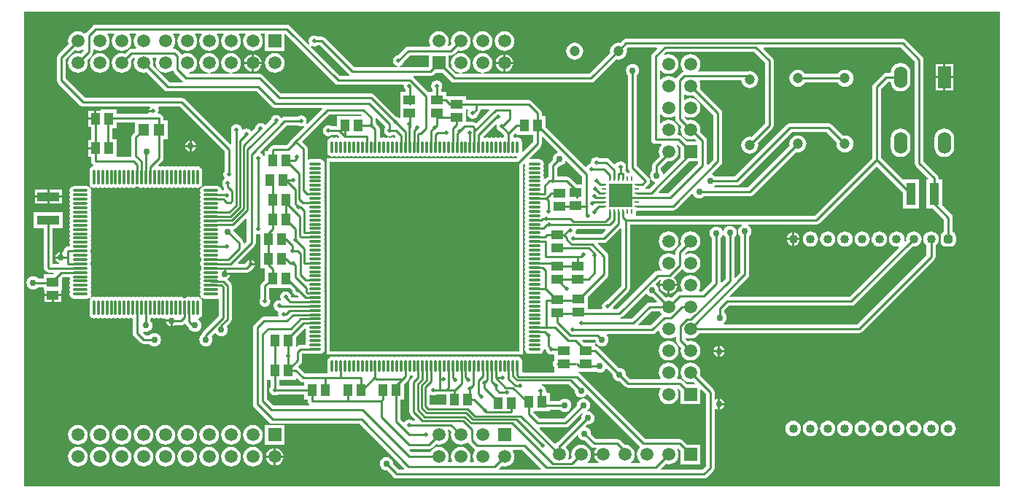
<source format=gbr>
G04 Layer_Physical_Order=1*
G04 Layer_Color=255*
%FSLAX25Y25*%
%MOIN*%
%TF.FileFunction,Copper,L1,Top,Signal*%
%TF.Part,Single*%
G01*
G75*
%TA.AperFunction,SMDPad,CuDef*%
%ADD10R,0.04331X0.05512*%
%ADD11R,0.05512X0.04331*%
%ADD12R,0.11024X0.11024*%
%ADD13R,0.02362X0.00984*%
%ADD14R,0.00984X0.02362*%
%ADD15R,0.04724X0.05512*%
%ADD16R,0.04331X0.10236*%
%ADD17R,0.10236X0.04331*%
%ADD18O,0.05709X0.01181*%
%ADD19O,0.01181X0.05709*%
%ADD20R,0.86614X0.86614*%
%ADD21O,0.01181X0.06890*%
%ADD22O,0.06890X0.01181*%
%TA.AperFunction,Conductor*%
%ADD23C,0.01000*%
%TA.AperFunction,ComponentPad*%
%ADD24C,0.05906*%
%ADD25R,0.05906X0.05906*%
%ADD26C,0.04724*%
G04:AMPARAMS|DCode=27|XSize=40mil|YSize=40mil|CornerRadius=10mil|HoleSize=0mil|Usage=FLASHONLY|Rotation=270.000|XOffset=0mil|YOffset=0mil|HoleType=Round|Shape=RoundedRectangle|*
%AMROUNDEDRECTD27*
21,1,0.04000,0.02000,0,0,270.0*
21,1,0.02000,0.04000,0,0,270.0*
1,1,0.02000,-0.01000,-0.01000*
1,1,0.02000,-0.01000,0.01000*
1,1,0.02000,0.01000,0.01000*
1,1,0.02000,0.01000,-0.01000*
%
%ADD27ROUNDEDRECTD27*%
%ADD28C,0.04000*%
%ADD29R,0.05906X0.05906*%
%ADD30O,0.06000X0.10000*%
%ADD31R,0.06000X0.10000*%
%TA.AperFunction,ViaPad*%
%ADD32C,0.03000*%
%ADD33C,0.02000*%
G36*
X447961Y2039D02*
X2039D01*
Y218961D01*
X447961D01*
Y2039D01*
D02*
G37*
%LPC*%
G36*
X122000Y213039D02*
X34500D01*
X33720Y212884D01*
X33058Y212442D01*
X30058Y209442D01*
X29869Y209158D01*
X29197Y209043D01*
X28746Y209389D01*
X27662Y209838D01*
X26500Y209991D01*
X25338Y209838D01*
X24254Y209389D01*
X23324Y208676D01*
X22611Y207746D01*
X22162Y206662D01*
X22009Y205500D01*
X22162Y204338D01*
X22247Y204131D01*
X17558Y199442D01*
X17116Y198780D01*
X16961Y198000D01*
Y187500D01*
X17116Y186720D01*
X17558Y186058D01*
X27558Y176058D01*
X27558Y176058D01*
X28220Y175616D01*
X29000Y175461D01*
X29000Y175461D01*
X59236D01*
X59443Y174961D01*
X59424Y174942D01*
X58982Y174280D01*
X58927Y174000D01*
X60866D01*
Y173000D01*
X58927D01*
X58953Y172866D01*
X58663Y172366D01*
X44118D01*
Y174256D01*
X36787D01*
Y173756D01*
X35047D01*
Y170000D01*
X34547D01*
Y169500D01*
X31382D01*
Y166244D01*
X32508D01*
Y160256D01*
X31382D01*
Y157000D01*
X34547D01*
Y156000D01*
X31382D01*
Y152744D01*
X32508D01*
Y150677D01*
X32663Y149897D01*
X33105Y149235D01*
X33283Y149058D01*
X33695Y148782D01*
X33590Y148251D01*
X33062Y148146D01*
X32371Y147684D01*
X31909Y146993D01*
X31746Y146177D01*
Y140469D01*
X31909Y139653D01*
X32158Y139280D01*
X32313Y139047D01*
X31953Y138687D01*
X31720Y138842D01*
X31347Y139091D01*
X30531Y139253D01*
X24823D01*
X24007Y139091D01*
X23316Y138629D01*
X22854Y137938D01*
X22691Y137122D01*
X22854Y136306D01*
X22966Y136138D01*
X22854Y135969D01*
X22691Y135153D01*
X22854Y134338D01*
X22966Y134169D01*
X22854Y134001D01*
X22691Y133185D01*
X22854Y132369D01*
X22966Y132201D01*
X22854Y132032D01*
X22691Y131217D01*
X22854Y130401D01*
X22966Y130232D01*
X22854Y130064D01*
X22691Y129248D01*
X22854Y128432D01*
X22966Y128264D01*
X22854Y128095D01*
X22691Y127279D01*
X22854Y126464D01*
X22966Y126295D01*
X22854Y126127D01*
X22691Y125311D01*
X22854Y124495D01*
X22966Y124327D01*
X22854Y124158D01*
X22691Y123343D01*
X22854Y122527D01*
X22966Y122358D01*
X22854Y122190D01*
X22691Y121374D01*
X22854Y120558D01*
X22966Y120390D01*
X22854Y120221D01*
X22691Y119405D01*
X22854Y118590D01*
X22966Y118421D01*
X22854Y118253D01*
X22691Y117437D01*
X22854Y116621D01*
X22966Y116453D01*
X22854Y116284D01*
X22691Y115469D01*
X22854Y114653D01*
X22966Y114484D01*
X22854Y114316D01*
X22691Y113500D01*
X22854Y112684D01*
X22966Y112516D01*
X22854Y112347D01*
X22705Y111602D01*
X22000D01*
X21220Y111447D01*
X20558Y111005D01*
X20116Y110343D01*
X19961Y109563D01*
Y109309D01*
X19461Y109002D01*
X19169Y109060D01*
Y106610D01*
X18668D01*
Y106110D01*
X16219D01*
X16314Y105635D01*
X16866Y104808D01*
X17693Y104255D01*
X17830Y104228D01*
X17780Y103728D01*
X15039D01*
Y120020D01*
X19618D01*
Y127350D01*
X6382D01*
Y120020D01*
X10961D01*
Y101862D01*
X11116Y101082D01*
X11558Y100420D01*
X11731Y100247D01*
X12393Y99805D01*
X13173Y99650D01*
X15302D01*
X15493Y99188D01*
X15159Y98854D01*
X10744D01*
Y97039D01*
X8217D01*
X8140Y97140D01*
X7513Y97620D01*
X6783Y97923D01*
X6000Y98026D01*
X5217Y97923D01*
X4487Y97620D01*
X3860Y97140D01*
X3379Y96513D01*
X3077Y95783D01*
X2974Y95000D01*
X3077Y94217D01*
X3379Y93487D01*
X3860Y92860D01*
X4487Y92379D01*
X5217Y92077D01*
X6000Y91974D01*
X6783Y92077D01*
X7513Y92379D01*
X8140Y92860D01*
X8217Y92961D01*
X10744D01*
Y91524D01*
X11244D01*
Y89784D01*
X18756D01*
Y91524D01*
X19256D01*
Y97183D01*
X19754Y97681D01*
X22705D01*
X22854Y96936D01*
X22966Y96768D01*
X22854Y96599D01*
X22691Y95784D01*
X22854Y94968D01*
X22966Y94799D01*
X22854Y94631D01*
X22691Y93815D01*
X22854Y92999D01*
X22966Y92831D01*
X22854Y92662D01*
X22691Y91847D01*
X22854Y91031D01*
X22966Y90862D01*
X22854Y90694D01*
X22691Y89878D01*
X22854Y89062D01*
X23316Y88371D01*
X24007Y87909D01*
X24823Y87746D01*
X30531D01*
X31347Y87909D01*
X31720Y88158D01*
X31953Y88314D01*
X32313Y87953D01*
X32158Y87720D01*
X31909Y87347D01*
X31746Y86532D01*
Y80823D01*
X31909Y80007D01*
X32371Y79316D01*
X33062Y78854D01*
X33878Y78691D01*
X34694Y78854D01*
X34862Y78966D01*
X35031Y78854D01*
X35846Y78691D01*
X36662Y78854D01*
X36831Y78966D01*
X36999Y78854D01*
X37815Y78691D01*
X38631Y78854D01*
X38799Y78966D01*
X38968Y78854D01*
X39783Y78691D01*
X40599Y78854D01*
X40768Y78966D01*
X40936Y78854D01*
X41752Y78691D01*
X42568Y78854D01*
X42736Y78966D01*
X42905Y78854D01*
X43720Y78691D01*
X44536Y78854D01*
X44705Y78966D01*
X44873Y78854D01*
X45689Y78691D01*
X46505Y78854D01*
X46673Y78966D01*
X46842Y78854D01*
X47657Y78691D01*
X48473Y78854D01*
X48642Y78966D01*
X48810Y78854D01*
X49626Y78691D01*
X50442Y78854D01*
X50610Y78966D01*
X50779Y78854D01*
X51524Y78705D01*
Y72051D01*
X51679Y71271D01*
X52121Y70609D01*
X55172Y67558D01*
X55172Y67558D01*
X55834Y67116D01*
X56614Y66961D01*
X59220D01*
X59297Y66860D01*
X59924Y66379D01*
X60654Y66077D01*
X61437Y65974D01*
X62220Y66077D01*
X62950Y66379D01*
X63577Y66860D01*
X64057Y67487D01*
X64360Y68217D01*
X64463Y69000D01*
X64360Y69783D01*
X64057Y70513D01*
X63577Y71140D01*
X62950Y71621D01*
X62220Y71923D01*
X61437Y72026D01*
X60654Y71923D01*
X59924Y71621D01*
X59297Y71140D01*
X59220Y71039D01*
X57459D01*
X56174Y72324D01*
X56458Y72748D01*
X56717Y72640D01*
X57500Y72537D01*
X58283Y72640D01*
X59013Y72943D01*
X59640Y73423D01*
X60120Y74050D01*
X60423Y74780D01*
X60526Y75563D01*
X60423Y76346D01*
X60120Y77076D01*
X59640Y77703D01*
X59539Y77780D01*
Y78705D01*
X60284Y78854D01*
X60453Y78966D01*
X60621Y78854D01*
X61437Y78691D01*
X62253Y78854D01*
X62421Y78966D01*
X62590Y78854D01*
X63406Y78691D01*
X64221Y78854D01*
X64390Y78966D01*
X64558Y78854D01*
X65374Y78691D01*
X66190Y78854D01*
X66685Y78623D01*
X66888Y78272D01*
X66861Y78141D01*
X69311D01*
Y77641D01*
X69811D01*
Y75191D01*
X70287Y75286D01*
X70759Y75602D01*
X73641D01*
X74421Y75757D01*
X74973Y76126D01*
X75566Y76138D01*
X75743Y75873D01*
X77248Y74369D01*
X77380Y74050D01*
X77860Y73423D01*
X78487Y72943D01*
X79217Y72640D01*
X80000Y72537D01*
X80783Y72640D01*
X81513Y72943D01*
X82140Y73423D01*
X82621Y74050D01*
X82923Y74780D01*
X83026Y75563D01*
X82923Y76346D01*
X82621Y77076D01*
X82140Y77703D01*
X81513Y78184D01*
X81389Y78235D01*
X81441Y78755D01*
X81938Y78854D01*
X82629Y79316D01*
X83091Y80007D01*
X83254Y80823D01*
Y86532D01*
X83091Y87347D01*
X82842Y87720D01*
X82687Y87953D01*
X83047Y88314D01*
X83280Y88158D01*
X83653Y87909D01*
X84469Y87746D01*
X90177D01*
X90574Y87825D01*
X90961Y87508D01*
Y79845D01*
X83558Y72442D01*
X83116Y71780D01*
X83012Y71256D01*
X82860Y71140D01*
X82380Y70513D01*
X82077Y69783D01*
X81974Y69000D01*
X82077Y68217D01*
X82380Y67487D01*
X82860Y66860D01*
X83487Y66379D01*
X84217Y66077D01*
X85000Y65974D01*
X85783Y66077D01*
X86513Y66379D01*
X87140Y66860D01*
X87621Y67487D01*
X87923Y68217D01*
X88026Y69000D01*
X87923Y69783D01*
X87621Y70513D01*
X87523Y70639D01*
X88895Y72011D01*
X89466Y71875D01*
X89860Y71360D01*
X90487Y70880D01*
X91217Y70577D01*
X92000Y70474D01*
X92783Y70577D01*
X93513Y70880D01*
X94140Y71360D01*
X94621Y71987D01*
X94923Y72717D01*
X95026Y73500D01*
X94923Y74283D01*
X94621Y75013D01*
X94512Y75154D01*
X96192Y76833D01*
X96634Y77495D01*
X96789Y78275D01*
Y93725D01*
X96634Y94505D01*
X96192Y95167D01*
X94891Y96467D01*
X94940Y96965D01*
X95302Y97207D01*
X95855Y98034D01*
X95950Y98509D01*
X93500D01*
Y99509D01*
X96201D01*
X96316Y99650D01*
X103689D01*
X104469Y99805D01*
X105131Y100247D01*
X106895Y102011D01*
X106895Y102011D01*
X107337Y102672D01*
X107393Y102953D01*
X105453D01*
Y103453D01*
X104953D01*
Y105393D01*
X104672Y105337D01*
X104011Y104895D01*
X104011Y104895D01*
X102844Y103728D01*
X99765D01*
X99574Y104190D01*
X107192Y111808D01*
X107634Y112470D01*
X107789Y113250D01*
Y116949D01*
X108289Y117295D01*
X109000Y117154D01*
X109495Y117252D01*
X109882Y116935D01*
Y110744D01*
X109901D01*
X109929Y110256D01*
X109929D01*
Y101744D01*
X111853D01*
X111882Y101256D01*
X111882D01*
Y96219D01*
X110558Y94895D01*
X110116Y94233D01*
X109961Y93453D01*
Y87948D01*
X109645Y87476D01*
X109451Y86500D01*
X109645Y85524D01*
X110198Y84698D01*
X111024Y84145D01*
X112000Y83951D01*
X112976Y84145D01*
X113802Y84698D01*
X114355Y85524D01*
X114549Y86500D01*
X114355Y87476D01*
X114039Y87948D01*
Y92608D01*
X114175Y92744D01*
X123372D01*
X124472Y91644D01*
X124645Y90775D01*
X125198Y89948D01*
X126024Y89395D01*
X126894Y89222D01*
X127284Y88832D01*
X127093Y88370D01*
X124353D01*
X124006Y88717D01*
X123855Y89476D01*
X123302Y90302D01*
X122476Y90855D01*
X121500Y91049D01*
X120525Y90855D01*
X119698Y90302D01*
X119145Y89476D01*
X118951Y88500D01*
X119145Y87524D01*
X119218Y87416D01*
X118917Y86966D01*
X118500Y87049D01*
X117525Y86855D01*
X116698Y86302D01*
X116145Y85475D01*
X115951Y84500D01*
X116145Y83525D01*
X116698Y82698D01*
X117525Y82145D01*
X118037Y82043D01*
X118228Y81581D01*
X118158Y81476D01*
X117964Y80500D01*
X118078Y79926D01*
X117761Y79539D01*
X111500D01*
X110720Y79384D01*
X110058Y78942D01*
X107058Y75942D01*
X106616Y75280D01*
X106461Y74500D01*
Y39500D01*
X106616Y38720D01*
X107058Y38058D01*
X114058Y31058D01*
X114058Y31058D01*
X114720Y30616D01*
X115500Y30461D01*
X155266D01*
X175687Y10039D01*
X175480Y9539D01*
X173142D01*
X170509Y12172D01*
X170526Y12297D01*
X170423Y13080D01*
X170121Y13810D01*
X169640Y14437D01*
X169013Y14918D01*
X168283Y15220D01*
X167500Y15323D01*
X166717Y15220D01*
X165987Y14918D01*
X165360Y14437D01*
X164880Y13810D01*
X164577Y13080D01*
X164474Y12297D01*
X164577Y11514D01*
X164880Y10784D01*
X165360Y10158D01*
X165987Y9677D01*
X166717Y9375D01*
X167500Y9271D01*
X167625Y9288D01*
X170097Y6817D01*
X170116Y6720D01*
X170558Y6058D01*
X171220Y5616D01*
X172000Y5461D01*
X312575D01*
X313355Y5616D01*
X314017Y6058D01*
X316942Y8983D01*
X317384Y9645D01*
X317539Y10425D01*
Y37202D01*
X318039Y37469D01*
X318525Y37145D01*
X319000Y37051D01*
Y39500D01*
Y41949D01*
X318525Y41855D01*
X318039Y41531D01*
X317539Y41798D01*
Y45000D01*
X317384Y45780D01*
X316942Y46442D01*
X310753Y52631D01*
X310838Y52838D01*
X310991Y54000D01*
X310838Y55162D01*
X310389Y56246D01*
X309676Y57176D01*
X308746Y57889D01*
X307662Y58338D01*
X306500Y58491D01*
X305338Y58338D01*
X304254Y57889D01*
X303324Y57176D01*
X302610Y56246D01*
X302162Y55162D01*
X302009Y54000D01*
X302162Y52838D01*
X302610Y51754D01*
X303324Y50824D01*
X304254Y50111D01*
X305338Y49662D01*
X306500Y49509D01*
X307662Y49662D01*
X307869Y49747D01*
X308701Y48915D01*
X308510Y48453D01*
X304931D01*
X302942Y50442D01*
X302280Y50884D01*
X301500Y51039D01*
X300406D01*
X300185Y51488D01*
X300390Y51754D01*
X300838Y52838D01*
X300991Y54000D01*
X300838Y55162D01*
X300390Y56246D01*
X299676Y57176D01*
X298746Y57889D01*
X297662Y58338D01*
X296500Y58491D01*
X295338Y58338D01*
X294254Y57889D01*
X293324Y57176D01*
X292611Y56246D01*
X292162Y55162D01*
X292009Y54000D01*
X292162Y52838D01*
X292611Y51754D01*
X292815Y51488D01*
X292594Y51039D01*
X278797D01*
X276962Y52874D01*
X276979Y53000D01*
X276875Y53783D01*
X276573Y54513D01*
X276092Y55140D01*
X275466Y55620D01*
X274736Y55923D01*
X273953Y56026D01*
X273827Y56009D01*
X264442Y65395D01*
X263780Y65837D01*
X263000Y65992D01*
X262756D01*
Y67618D01*
X257718D01*
X256887Y68450D01*
X257078Y68912D01*
X262986D01*
X263077Y68217D01*
X263380Y67487D01*
X263860Y66860D01*
X264487Y66379D01*
X265217Y66077D01*
X266000Y65974D01*
X266783Y66077D01*
X267513Y66379D01*
X268140Y66860D01*
X268620Y67487D01*
X268923Y68217D01*
X269026Y69000D01*
X268923Y69783D01*
X268620Y70513D01*
X268277Y70961D01*
X268507Y71461D01*
X289000D01*
X289780Y71616D01*
X290442Y72058D01*
X291653Y73269D01*
X292126Y73108D01*
X292162Y72838D01*
X292611Y71754D01*
X293324Y70824D01*
X294254Y70110D01*
X295338Y69662D01*
X296500Y69509D01*
X297662Y69662D01*
X298746Y70110D01*
X299461Y70659D01*
X299961Y70413D01*
Y68500D01*
X300116Y67720D01*
X300558Y67058D01*
X302247Y65369D01*
X302162Y65162D01*
X302009Y64000D01*
X302162Y62838D01*
X302610Y61754D01*
X303324Y60824D01*
X304254Y60110D01*
X305338Y59662D01*
X306500Y59509D01*
X307662Y59662D01*
X308746Y60110D01*
X309676Y60824D01*
X310389Y61754D01*
X310838Y62838D01*
X310991Y64000D01*
X310838Y65162D01*
X310389Y66246D01*
X309676Y67176D01*
X308746Y67889D01*
X307662Y68338D01*
X306500Y68491D01*
X305338Y68338D01*
X305131Y68253D01*
X304159Y69225D01*
X304195Y69683D01*
X304630Y69955D01*
X305338Y69662D01*
X306500Y69509D01*
X307662Y69662D01*
X308746Y70110D01*
X309676Y70824D01*
X310389Y71754D01*
X310475Y71961D01*
X383500D01*
X384280Y72116D01*
X384942Y72558D01*
X417859Y105475D01*
X418301Y106137D01*
X418457Y106917D01*
X418457Y106917D01*
Y112153D01*
X418914Y112504D01*
X419475Y113235D01*
X419827Y114086D01*
X419947Y115000D01*
X419827Y115914D01*
X419475Y116765D01*
X418914Y117496D01*
X418182Y118057D01*
X417331Y118410D01*
X416417Y118530D01*
X415504Y118410D01*
X414652Y118057D01*
X413921Y117496D01*
X413360Y116765D01*
X413007Y115914D01*
X412887Y115000D01*
X413007Y114086D01*
X413360Y113235D01*
X413921Y112504D01*
X414378Y112153D01*
Y107762D01*
X382655Y76039D01*
X321891D01*
X321721Y76539D01*
X322140Y76860D01*
X322621Y77487D01*
X322923Y78217D01*
X323026Y79000D01*
X322923Y79783D01*
X322621Y80513D01*
X322140Y81140D01*
X322039Y81217D01*
Y82581D01*
X323920Y84461D01*
X380043D01*
X380824Y84616D01*
X381485Y85058D01*
X407972Y111545D01*
X408543Y111470D01*
X409457Y111590D01*
X410308Y111943D01*
X411039Y112504D01*
X411601Y113235D01*
X411953Y114086D01*
X412074Y115000D01*
X411953Y115914D01*
X411601Y116765D01*
X411039Y117496D01*
X410308Y118057D01*
X409457Y118410D01*
X408543Y118530D01*
X407630Y118410D01*
X406778Y118057D01*
X406047Y117496D01*
X405486Y116765D01*
X405133Y115914D01*
X405013Y115000D01*
X405088Y114429D01*
X404656Y113997D01*
X404123Y114093D01*
X404085Y114133D01*
X404200Y115000D01*
X404079Y115914D01*
X403726Y116765D01*
X403165Y117496D01*
X402434Y118057D01*
X401583Y118410D01*
X400669Y118530D01*
X399756Y118410D01*
X398904Y118057D01*
X398173Y117496D01*
X397612Y116765D01*
X397259Y115914D01*
X397139Y115000D01*
X397259Y114086D01*
X397612Y113235D01*
X398173Y112504D01*
X398904Y111943D01*
X399756Y111590D01*
X400669Y111470D01*
X401536Y111584D01*
X401576Y111546D01*
X401672Y111013D01*
X379199Y88539D01*
X324576D01*
X324385Y89001D01*
X332741Y97357D01*
X333183Y98019D01*
X333338Y98799D01*
Y116283D01*
X333439Y116360D01*
X333920Y116987D01*
X334222Y117717D01*
X334325Y118500D01*
X334222Y119283D01*
X333920Y120013D01*
X333439Y120640D01*
X332812Y121121D01*
X332751Y121146D01*
X332850Y121646D01*
X363957D01*
X364737Y121801D01*
X365399Y122243D01*
X391500Y148345D01*
X403520Y136325D01*
Y128925D01*
X410850D01*
Y142161D01*
X403520D01*
X403520Y142161D01*
Y142161D01*
X403158Y142455D01*
X393539Y152073D01*
Y183655D01*
X396845Y186961D01*
X397966D01*
X398116Y185825D01*
X398569Y184731D01*
X399291Y183791D01*
X400231Y183069D01*
X401325Y182616D01*
X402500Y182461D01*
X403675Y182616D01*
X404769Y183069D01*
X405709Y183791D01*
X406431Y184731D01*
X406884Y185825D01*
X407039Y187000D01*
Y191000D01*
X406884Y192175D01*
X406431Y193269D01*
X405709Y194209D01*
X404769Y194931D01*
X403675Y195384D01*
X402500Y195539D01*
X401325Y195384D01*
X400231Y194931D01*
X399291Y194209D01*
X398569Y193269D01*
X398116Y192175D01*
X397966Y191039D01*
X396000D01*
X395220Y190884D01*
X394558Y190442D01*
X390058Y185942D01*
X389616Y185280D01*
X389461Y184500D01*
Y152073D01*
X363112Y125724D01*
X281413D01*
Y127752D01*
X281830Y128023D01*
X281980Y128040D01*
X298579D01*
X299359Y128195D01*
X300021Y128637D01*
X307115Y135731D01*
X307645Y135554D01*
X307879Y134987D01*
X308360Y134360D01*
X308987Y133879D01*
X309717Y133577D01*
X310500Y133474D01*
X311283Y133577D01*
X312013Y133879D01*
X312640Y134360D01*
X312717Y134461D01*
X333500D01*
X334280Y134616D01*
X334942Y135058D01*
X354606Y154722D01*
X355500Y154604D01*
X356508Y154737D01*
X357448Y155126D01*
X358255Y155745D01*
X358874Y156552D01*
X359263Y157492D01*
X359396Y158500D01*
X359263Y159508D01*
X358874Y160448D01*
X358255Y161255D01*
X357448Y161874D01*
X356508Y162263D01*
X355500Y162396D01*
X354492Y162263D01*
X353552Y161874D01*
X352745Y161255D01*
X352126Y160448D01*
X351737Y159508D01*
X351605Y158500D01*
X351722Y157606D01*
X332655Y138539D01*
X317391D01*
X317221Y139039D01*
X317640Y139360D01*
X317717Y139461D01*
X327500D01*
X328280Y139616D01*
X328942Y140058D01*
X352845Y163961D01*
X368703D01*
X373269Y159394D01*
X373152Y158500D01*
X373285Y157492D01*
X373674Y156552D01*
X374293Y155745D01*
X375099Y155126D01*
X376039Y154737D01*
X377047Y154604D01*
X378056Y154737D01*
X378995Y155126D01*
X379802Y155745D01*
X380421Y156552D01*
X380810Y157492D01*
X380943Y158500D01*
X380810Y159508D01*
X380421Y160448D01*
X379802Y161255D01*
X378995Y161874D01*
X378056Y162263D01*
X377047Y162396D01*
X376153Y162278D01*
X370989Y167442D01*
X370328Y167884D01*
X369547Y168039D01*
X352000D01*
X351220Y167884D01*
X350558Y167442D01*
X326655Y143539D01*
X317717D01*
X317640Y143640D01*
X317013Y144121D01*
X316446Y144355D01*
X316269Y144885D01*
X320442Y149058D01*
X320884Y149720D01*
X321039Y150500D01*
Y172500D01*
X320884Y173280D01*
X320442Y173942D01*
X310753Y183631D01*
X310838Y183838D01*
X310991Y185000D01*
X310838Y186162D01*
X310507Y186961D01*
X310827Y187461D01*
X329676D01*
X329737Y186992D01*
X330126Y186052D01*
X330745Y185245D01*
X331552Y184626D01*
X332492Y184237D01*
X333500Y184105D01*
X334508Y184237D01*
X335448Y184626D01*
X336255Y185245D01*
X336874Y186052D01*
X337263Y186992D01*
X337396Y188000D01*
X337263Y189008D01*
X336874Y189948D01*
X336255Y190755D01*
X335448Y191374D01*
X334508Y191763D01*
X333500Y191895D01*
X332492Y191763D01*
X331952Y191539D01*
X310087D01*
X309841Y192039D01*
X310389Y192754D01*
X310838Y193838D01*
X310991Y195000D01*
X310838Y196162D01*
X310389Y197246D01*
X309676Y198176D01*
X308746Y198890D01*
X307662Y199338D01*
X306500Y199491D01*
X305338Y199338D01*
X304254Y198890D01*
X303324Y198176D01*
X302610Y197246D01*
X302162Y196162D01*
X302009Y195000D01*
X302162Y193838D01*
X302610Y192754D01*
X303198Y191989D01*
X303065Y191508D01*
X303011Y191442D01*
X302720Y191384D01*
X302058Y190942D01*
X300058Y188942D01*
X299868Y188658D01*
X299197Y188543D01*
X298746Y188890D01*
X297662Y189338D01*
X296500Y189491D01*
X295338Y189338D01*
X294254Y188890D01*
X293324Y188176D01*
X293039Y187804D01*
X292539Y187974D01*
Y192026D01*
X293039Y192196D01*
X293324Y191824D01*
X294254Y191111D01*
X295338Y190662D01*
X296500Y190509D01*
X297662Y190662D01*
X298746Y191111D01*
X299676Y191824D01*
X300390Y192754D01*
X300838Y193838D01*
X300991Y195000D01*
X300838Y196162D01*
X300390Y197246D01*
X299676Y198176D01*
X298746Y198890D01*
X297662Y199338D01*
X296500Y199491D01*
X295338Y199338D01*
X294640Y199049D01*
X294357Y199473D01*
X295595Y200711D01*
X335405D01*
X340461Y195655D01*
Y167845D01*
X334394Y161778D01*
X333500Y161896D01*
X332492Y161763D01*
X331552Y161374D01*
X330745Y160755D01*
X330126Y159948D01*
X329737Y159008D01*
X329605Y158000D01*
X329737Y156992D01*
X330126Y156052D01*
X330745Y155245D01*
X331552Y154626D01*
X332492Y154237D01*
X333500Y154104D01*
X334508Y154237D01*
X335448Y154626D01*
X336255Y155245D01*
X336874Y156052D01*
X337263Y156992D01*
X337396Y158000D01*
X337278Y158894D01*
X343942Y165558D01*
X344384Y166220D01*
X344539Y167000D01*
Y196500D01*
X344384Y197280D01*
X343942Y197942D01*
X343942Y197942D01*
X339885Y201999D01*
X340076Y202461D01*
X402655D01*
X408961Y196155D01*
Y149764D01*
X409116Y148983D01*
X409558Y148322D01*
X415257Y142623D01*
X415065Y142161D01*
X414150D01*
Y128925D01*
X417191D01*
X422252Y123864D01*
Y118312D01*
X421489Y117802D01*
X420936Y116975D01*
X420742Y116000D01*
Y114000D01*
X420936Y113024D01*
X421489Y112198D01*
X422316Y111645D01*
X423291Y111451D01*
X425291D01*
X426267Y111645D01*
X427094Y112198D01*
X427646Y113024D01*
X427840Y114000D01*
Y116000D01*
X427646Y116975D01*
X427094Y117802D01*
X426331Y118312D01*
Y124709D01*
X426175Y125489D01*
X425733Y126151D01*
X425733Y126151D01*
X421480Y130403D01*
Y142161D01*
X419854D01*
Y142949D01*
X419699Y143729D01*
X419257Y144391D01*
X413039Y150609D01*
Y197000D01*
X412884Y197780D01*
X412442Y198442D01*
X404942Y205942D01*
X404280Y206384D01*
X403500Y206539D01*
X277000D01*
X276220Y206384D01*
X275558Y205942D01*
X274394Y204778D01*
X273500Y204895D01*
X272492Y204763D01*
X271552Y204374D01*
X270745Y203755D01*
X270126Y202948D01*
X269737Y202008D01*
X269604Y201000D01*
X269722Y200106D01*
X260155Y190539D01*
X212170D01*
X211751Y190734D01*
X211731Y191039D01*
X211756Y191043D01*
X212662Y191162D01*
X213746Y191611D01*
X214676Y192324D01*
X215389Y193254D01*
X215838Y194338D01*
X215991Y195500D01*
X215838Y196662D01*
X215389Y197746D01*
X214676Y198676D01*
X213746Y199390D01*
X212662Y199838D01*
X211500Y199991D01*
X210338Y199838D01*
X209254Y199390D01*
X208324Y198676D01*
X207611Y197746D01*
X207162Y196662D01*
X207009Y195500D01*
X207162Y194338D01*
X207611Y193254D01*
X208324Y192324D01*
X209254Y191611D01*
X210338Y191162D01*
X211244Y191043D01*
X211269Y191039D01*
X211249Y190734D01*
X210830Y190539D01*
X202170D01*
X201750Y190734D01*
X201731Y191039D01*
X201756Y191043D01*
X202662Y191162D01*
X203746Y191611D01*
X204676Y192324D01*
X205389Y193254D01*
X205838Y194338D01*
X205991Y195500D01*
X205838Y196662D01*
X205389Y197746D01*
X204676Y198676D01*
X203746Y199390D01*
X202662Y199838D01*
X201500Y199991D01*
X200338Y199838D01*
X199254Y199390D01*
X198324Y198676D01*
X197610Y197746D01*
X197162Y196662D01*
X197009Y195500D01*
X197162Y194338D01*
X197610Y193254D01*
X198324Y192324D01*
X199254Y191611D01*
X200338Y191162D01*
X201244Y191043D01*
X201269Y191039D01*
X201250Y190734D01*
X200830Y190539D01*
X199345D01*
X195953Y193931D01*
Y198961D01*
X197000D01*
X197780Y199116D01*
X198442Y199558D01*
X200131Y201247D01*
X200338Y201162D01*
X201500Y201009D01*
X202662Y201162D01*
X203746Y201610D01*
X204676Y202324D01*
X205389Y203254D01*
X205838Y204338D01*
X205991Y205500D01*
X205838Y206662D01*
X205389Y207746D01*
X204676Y208676D01*
X203746Y209389D01*
X202662Y209838D01*
X201500Y209991D01*
X200338Y209838D01*
X199254Y209389D01*
X198324Y208676D01*
X197610Y207746D01*
X197162Y206662D01*
X197009Y205500D01*
X197162Y204338D01*
X197247Y204131D01*
X196275Y203159D01*
X195817Y203195D01*
X195545Y203630D01*
X195838Y204338D01*
X195991Y205500D01*
X195838Y206662D01*
X195389Y207746D01*
X194676Y208676D01*
X193746Y209389D01*
X192662Y209838D01*
X191500Y209991D01*
X190338Y209838D01*
X189254Y209389D01*
X188324Y208676D01*
X187610Y207746D01*
X187162Y206662D01*
X187009Y205500D01*
X187162Y204338D01*
X187493Y203539D01*
X187172Y203039D01*
X177500D01*
X176720Y202884D01*
X176058Y202442D01*
X172582Y198966D01*
X172025Y198855D01*
X171198Y198302D01*
X170645Y197476D01*
X170451Y196500D01*
X170645Y195525D01*
X171198Y194698D01*
X172025Y194145D01*
X172557Y194039D01*
X172508Y193539D01*
X152746D01*
X139344Y206942D01*
X138682Y207384D01*
X137902Y207539D01*
X135948D01*
X135476Y207855D01*
X134500Y208049D01*
X133525Y207855D01*
X132698Y207302D01*
X132145Y206475D01*
X131951Y205500D01*
X132145Y204524D01*
X132303Y204288D01*
X131915Y203969D01*
X123442Y212442D01*
X122780Y212884D01*
X122000Y213039D01*
D02*
G37*
G36*
X221500Y209991D02*
X220338Y209838D01*
X219254Y209389D01*
X218324Y208676D01*
X217611Y207746D01*
X217162Y206662D01*
X217009Y205500D01*
X217162Y204338D01*
X217611Y203254D01*
X218324Y202324D01*
X219254Y201610D01*
X220338Y201162D01*
X221500Y201009D01*
X222662Y201162D01*
X223746Y201610D01*
X224676Y202324D01*
X225390Y203254D01*
X225838Y204338D01*
X225991Y205500D01*
X225838Y206662D01*
X225390Y207746D01*
X224676Y208676D01*
X223746Y209389D01*
X222662Y209838D01*
X221500Y209991D01*
D02*
G37*
G36*
X211500D02*
X210338Y209838D01*
X209254Y209389D01*
X208324Y208676D01*
X207611Y207746D01*
X207162Y206662D01*
X207009Y205500D01*
X207162Y204338D01*
X207611Y203254D01*
X208324Y202324D01*
X209254Y201610D01*
X210338Y201162D01*
X211500Y201009D01*
X212662Y201162D01*
X213746Y201610D01*
X214676Y202324D01*
X215389Y203254D01*
X215838Y204338D01*
X215991Y205500D01*
X215838Y206662D01*
X215389Y207746D01*
X214676Y208676D01*
X213746Y209389D01*
X212662Y209838D01*
X211500Y209991D01*
D02*
G37*
G36*
X253500Y204895D02*
X252492Y204763D01*
X251552Y204374D01*
X250745Y203755D01*
X250126Y202948D01*
X249737Y202008D01*
X249605Y201000D01*
X249737Y199992D01*
X250126Y199052D01*
X250745Y198245D01*
X251552Y197626D01*
X252492Y197237D01*
X253500Y197105D01*
X254508Y197237D01*
X255448Y197626D01*
X256255Y198245D01*
X256874Y199052D01*
X257263Y199992D01*
X257396Y201000D01*
X257263Y202008D01*
X256874Y202948D01*
X256255Y203755D01*
X255448Y204374D01*
X254508Y204763D01*
X253500Y204895D01*
D02*
G37*
G36*
X222000Y199421D02*
Y196000D01*
X225421D01*
X225351Y196532D01*
X224953Y197493D01*
X224319Y198319D01*
X223493Y198953D01*
X222532Y199351D01*
X222000Y199421D01*
D02*
G37*
G36*
X221000D02*
X220468Y199351D01*
X219507Y198953D01*
X218681Y198319D01*
X218047Y197493D01*
X217649Y196532D01*
X217579Y196000D01*
X221000D01*
Y199421D01*
D02*
G37*
G36*
X225421Y195000D02*
X222000D01*
Y191579D01*
X222532Y191649D01*
X223493Y192047D01*
X224319Y192681D01*
X224953Y193507D01*
X225351Y194468D01*
X225421Y195000D01*
D02*
G37*
G36*
X221000D02*
X217579D01*
X217649Y194468D01*
X218047Y193507D01*
X218681Y192681D01*
X219507Y192047D01*
X220468Y191649D01*
X221000Y191579D01*
Y195000D01*
D02*
G37*
G36*
X377047Y192395D02*
X376039Y192263D01*
X375099Y191874D01*
X374293Y191255D01*
X373744Y190539D01*
X358804D01*
X358255Y191255D01*
X357448Y191874D01*
X356508Y192263D01*
X355500Y192395D01*
X354492Y192263D01*
X353552Y191874D01*
X352745Y191255D01*
X352126Y190448D01*
X351737Y189508D01*
X351605Y188500D01*
X351737Y187492D01*
X352126Y186552D01*
X352745Y185745D01*
X353552Y185126D01*
X354492Y184737D01*
X355500Y184605D01*
X356508Y184737D01*
X357448Y185126D01*
X358255Y185745D01*
X358804Y186461D01*
X373744D01*
X374293Y185745D01*
X375099Y185126D01*
X376039Y184737D01*
X377047Y184605D01*
X378056Y184737D01*
X378995Y185126D01*
X379802Y185745D01*
X380421Y186552D01*
X380810Y187492D01*
X380943Y188500D01*
X380810Y189508D01*
X380421Y190448D01*
X379802Y191255D01*
X378995Y191874D01*
X378056Y192263D01*
X377047Y192395D01*
D02*
G37*
G36*
X426500Y195000D02*
X423000D01*
Y189500D01*
X426500D01*
Y195000D01*
D02*
G37*
G36*
X422000D02*
X418500D01*
Y189500D01*
X422000D01*
Y195000D01*
D02*
G37*
G36*
X426500Y188500D02*
X423000D01*
Y183000D01*
X426500D01*
Y188500D01*
D02*
G37*
G36*
X422000D02*
X418500D01*
Y183000D01*
X422000D01*
Y188500D01*
D02*
G37*
G36*
X34047Y173756D02*
X31382D01*
Y170500D01*
X34047D01*
Y173756D01*
D02*
G37*
G36*
X422500Y165539D02*
X421325Y165384D01*
X420231Y164931D01*
X419291Y164209D01*
X418569Y163269D01*
X418116Y162175D01*
X417961Y161000D01*
Y157000D01*
X418116Y155825D01*
X418569Y154731D01*
X419291Y153791D01*
X420231Y153069D01*
X421325Y152616D01*
X422500Y152461D01*
X423675Y152616D01*
X424769Y153069D01*
X425709Y153791D01*
X426431Y154731D01*
X426884Y155825D01*
X427039Y157000D01*
Y161000D01*
X426884Y162175D01*
X426431Y163269D01*
X425709Y164209D01*
X424769Y164931D01*
X423675Y165384D01*
X422500Y165539D01*
D02*
G37*
G36*
X402500D02*
X401325Y165384D01*
X400231Y164931D01*
X399291Y164209D01*
X398569Y163269D01*
X398116Y162175D01*
X397961Y161000D01*
Y157000D01*
X398116Y155825D01*
X398569Y154731D01*
X399291Y153791D01*
X400231Y153069D01*
X401325Y152616D01*
X402500Y152461D01*
X403675Y152616D01*
X404769Y153069D01*
X405709Y153791D01*
X406431Y154731D01*
X406884Y155825D01*
X407039Y157000D01*
Y161000D01*
X406884Y162175D01*
X406431Y163269D01*
X405709Y164209D01*
X404769Y164931D01*
X403675Y165384D01*
X402500Y165539D01*
D02*
G37*
G36*
X19118Y137480D02*
X13500D01*
Y134815D01*
X19118D01*
Y137480D01*
D02*
G37*
G36*
X12500D02*
X6882D01*
Y134815D01*
X12500D01*
Y137480D01*
D02*
G37*
G36*
X19118Y133815D02*
X13500D01*
Y131150D01*
X19118D01*
Y133815D01*
D02*
G37*
G36*
X12500D02*
X6882D01*
Y131150D01*
X12500D01*
Y133815D01*
D02*
G37*
G36*
X353925Y117960D02*
Y115500D01*
X356385D01*
X356348Y115783D01*
X356046Y116513D01*
X355565Y117140D01*
X354938Y117621D01*
X354208Y117923D01*
X353925Y117960D01*
D02*
G37*
G36*
X352925D02*
X352642Y117923D01*
X351912Y117621D01*
X351286Y117140D01*
X350805Y116513D01*
X350502Y115783D01*
X350465Y115500D01*
X352925D01*
Y117960D01*
D02*
G37*
G36*
X356385Y114500D02*
X353925D01*
Y112040D01*
X354208Y112077D01*
X354938Y112380D01*
X355565Y112860D01*
X356046Y113487D01*
X356348Y114217D01*
X356385Y114500D01*
D02*
G37*
G36*
X352925D02*
X350465D01*
X350502Y114217D01*
X350805Y113487D01*
X351286Y112860D01*
X351912Y112380D01*
X352642Y112077D01*
X352925Y112040D01*
Y114500D01*
D02*
G37*
G36*
X392795Y118530D02*
X391882Y118410D01*
X391030Y118057D01*
X390299Y117496D01*
X389738Y116765D01*
X389385Y115914D01*
X389265Y115000D01*
X389385Y114086D01*
X389738Y113235D01*
X390299Y112504D01*
X391030Y111943D01*
X391882Y111590D01*
X392795Y111470D01*
X393709Y111590D01*
X394560Y111943D01*
X395291Y112504D01*
X395852Y113235D01*
X396205Y114086D01*
X396325Y115000D01*
X396205Y115914D01*
X395852Y116765D01*
X395291Y117496D01*
X394560Y118057D01*
X393709Y118410D01*
X392795Y118530D01*
D02*
G37*
G36*
X384921D02*
X384008Y118410D01*
X383156Y118057D01*
X382425Y117496D01*
X381864Y116765D01*
X381511Y115914D01*
X381391Y115000D01*
X381511Y114086D01*
X381864Y113235D01*
X382425Y112504D01*
X383156Y111943D01*
X384008Y111590D01*
X384921Y111470D01*
X385835Y111590D01*
X386686Y111943D01*
X387418Y112504D01*
X387979Y113235D01*
X388331Y114086D01*
X388452Y115000D01*
X388331Y115914D01*
X387979Y116765D01*
X387418Y117496D01*
X386686Y118057D01*
X385835Y118410D01*
X384921Y118530D01*
D02*
G37*
G36*
X377047D02*
X376134Y118410D01*
X375282Y118057D01*
X374551Y117496D01*
X373990Y116765D01*
X373637Y115914D01*
X373517Y115000D01*
X373637Y114086D01*
X373990Y113235D01*
X374551Y112504D01*
X375282Y111943D01*
X376134Y111590D01*
X377047Y111470D01*
X377961Y111590D01*
X378812Y111943D01*
X379543Y112504D01*
X380104Y113235D01*
X380457Y114086D01*
X380577Y115000D01*
X380457Y115914D01*
X380104Y116765D01*
X379543Y117496D01*
X378812Y118057D01*
X377961Y118410D01*
X377047Y118530D01*
D02*
G37*
G36*
X369173D02*
X368260Y118410D01*
X367408Y118057D01*
X366677Y117496D01*
X366116Y116765D01*
X365763Y115914D01*
X365643Y115000D01*
X365763Y114086D01*
X366116Y113235D01*
X366677Y112504D01*
X367408Y111943D01*
X368260Y111590D01*
X369173Y111470D01*
X370087Y111590D01*
X370938Y111943D01*
X371670Y112504D01*
X372231Y113235D01*
X372583Y114086D01*
X372703Y115000D01*
X372583Y115914D01*
X372231Y116765D01*
X371670Y117496D01*
X370938Y118057D01*
X370087Y118410D01*
X369173Y118530D01*
D02*
G37*
G36*
X361299D02*
X360385Y118410D01*
X359534Y118057D01*
X358803Y117496D01*
X358242Y116765D01*
X357889Y115914D01*
X357769Y115000D01*
X357889Y114086D01*
X358242Y113235D01*
X358803Y112504D01*
X359534Y111943D01*
X360385Y111590D01*
X361299Y111470D01*
X362213Y111590D01*
X363064Y111943D01*
X363795Y112504D01*
X364356Y113235D01*
X364709Y114086D01*
X364829Y115000D01*
X364709Y115914D01*
X364356Y116765D01*
X363795Y117496D01*
X363064Y118057D01*
X362213Y118410D01*
X361299Y118530D01*
D02*
G37*
G36*
X18169Y109060D02*
X17693Y108965D01*
X16866Y108413D01*
X16314Y107586D01*
X16219Y107110D01*
X18169D01*
Y109060D01*
D02*
G37*
G36*
X105953Y105393D02*
Y103953D01*
X107393D01*
X107337Y104233D01*
X106895Y104895D01*
X106233Y105337D01*
X105953Y105393D01*
D02*
G37*
G36*
X18756Y88784D02*
X15500D01*
Y86118D01*
X18756D01*
Y88784D01*
D02*
G37*
G36*
X14500D02*
X11244D01*
Y86118D01*
X14500D01*
Y88784D01*
D02*
G37*
G36*
X68811Y77141D02*
X66861D01*
X66956Y76666D01*
X67509Y75839D01*
X68336Y75286D01*
X68811Y75191D01*
Y77141D01*
D02*
G37*
G36*
X320000Y66179D02*
Y64229D01*
X321950D01*
X321855Y64705D01*
X321302Y65531D01*
X320476Y66084D01*
X320000Y66179D01*
D02*
G37*
G36*
X319000D02*
X318525Y66084D01*
X317698Y65531D01*
X317145Y64705D01*
X317051Y64229D01*
X319000D01*
Y66179D01*
D02*
G37*
G36*
X321950Y63229D02*
X320000D01*
Y61279D01*
X320476Y61374D01*
X321302Y61927D01*
X321855Y62754D01*
X321950Y63229D01*
D02*
G37*
G36*
X319000D02*
X317051D01*
X317145Y62754D01*
X317698Y61927D01*
X318525Y61374D01*
X319000Y61279D01*
Y63229D01*
D02*
G37*
G36*
X296500Y68491D02*
X295338Y68338D01*
X294254Y67889D01*
X293324Y67176D01*
X292611Y66246D01*
X292162Y65162D01*
X292009Y64000D01*
X292162Y62838D01*
X292611Y61754D01*
X293324Y60824D01*
X294254Y60110D01*
X295338Y59662D01*
X296500Y59509D01*
X297662Y59662D01*
X298746Y60110D01*
X299676Y60824D01*
X300390Y61754D01*
X300838Y62838D01*
X300991Y64000D01*
X300838Y65162D01*
X300390Y66246D01*
X299676Y67176D01*
X298746Y67889D01*
X297662Y68338D01*
X296500Y68491D01*
D02*
G37*
G36*
X320000Y41949D02*
Y40000D01*
X321950D01*
X321855Y40475D01*
X321302Y41302D01*
X320476Y41855D01*
X320000Y41949D01*
D02*
G37*
G36*
X321950Y39000D02*
X320000D01*
Y37051D01*
X320476Y37145D01*
X321302Y37698D01*
X321855Y38524D01*
X321950Y39000D01*
D02*
G37*
G36*
X424291Y31916D02*
X423378Y31796D01*
X422526Y31443D01*
X421795Y30882D01*
X421234Y30151D01*
X420881Y29300D01*
X420761Y28386D01*
X420881Y27472D01*
X421234Y26621D01*
X421795Y25890D01*
X422526Y25329D01*
X423378Y24976D01*
X424291Y24856D01*
X425205Y24976D01*
X426056Y25329D01*
X426788Y25890D01*
X427349Y26621D01*
X427701Y27472D01*
X427821Y28386D01*
X427701Y29300D01*
X427349Y30151D01*
X426788Y30882D01*
X426056Y31443D01*
X425205Y31796D01*
X424291Y31916D01*
D02*
G37*
G36*
X416417D02*
X415504Y31796D01*
X414652Y31443D01*
X413921Y30882D01*
X413360Y30151D01*
X413007Y29300D01*
X412887Y28386D01*
X413007Y27472D01*
X413360Y26621D01*
X413921Y25890D01*
X414652Y25329D01*
X415504Y24976D01*
X416417Y24856D01*
X417331Y24976D01*
X418182Y25329D01*
X418914Y25890D01*
X419475Y26621D01*
X419827Y27472D01*
X419947Y28386D01*
X419827Y29300D01*
X419475Y30151D01*
X418914Y30882D01*
X418182Y31443D01*
X417331Y31796D01*
X416417Y31916D01*
D02*
G37*
G36*
X408543D02*
X407630Y31796D01*
X406778Y31443D01*
X406047Y30882D01*
X405486Y30151D01*
X405133Y29300D01*
X405013Y28386D01*
X405133Y27472D01*
X405486Y26621D01*
X406047Y25890D01*
X406778Y25329D01*
X407630Y24976D01*
X408543Y24856D01*
X409457Y24976D01*
X410308Y25329D01*
X411039Y25890D01*
X411601Y26621D01*
X411953Y27472D01*
X412074Y28386D01*
X411953Y29300D01*
X411601Y30151D01*
X411039Y30882D01*
X410308Y31443D01*
X409457Y31796D01*
X408543Y31916D01*
D02*
G37*
G36*
X400669D02*
X399756Y31796D01*
X398904Y31443D01*
X398173Y30882D01*
X397612Y30151D01*
X397259Y29300D01*
X397139Y28386D01*
X397259Y27472D01*
X397612Y26621D01*
X398173Y25890D01*
X398904Y25329D01*
X399756Y24976D01*
X400669Y24856D01*
X401583Y24976D01*
X402434Y25329D01*
X403165Y25890D01*
X403726Y26621D01*
X404079Y27472D01*
X404200Y28386D01*
X404079Y29300D01*
X403726Y30151D01*
X403165Y30882D01*
X402434Y31443D01*
X401583Y31796D01*
X400669Y31916D01*
D02*
G37*
G36*
X392795D02*
X391882Y31796D01*
X391030Y31443D01*
X390299Y30882D01*
X389738Y30151D01*
X389385Y29300D01*
X389265Y28386D01*
X389385Y27472D01*
X389738Y26621D01*
X390299Y25890D01*
X391030Y25329D01*
X391882Y24976D01*
X392795Y24856D01*
X393709Y24976D01*
X394560Y25329D01*
X395291Y25890D01*
X395852Y26621D01*
X396205Y27472D01*
X396325Y28386D01*
X396205Y29300D01*
X395852Y30151D01*
X395291Y30882D01*
X394560Y31443D01*
X393709Y31796D01*
X392795Y31916D01*
D02*
G37*
G36*
X384921D02*
X384008Y31796D01*
X383156Y31443D01*
X382425Y30882D01*
X381864Y30151D01*
X381511Y29300D01*
X381391Y28386D01*
X381511Y27472D01*
X381864Y26621D01*
X382425Y25890D01*
X383156Y25329D01*
X384008Y24976D01*
X384921Y24856D01*
X385835Y24976D01*
X386686Y25329D01*
X387418Y25890D01*
X387979Y26621D01*
X388331Y27472D01*
X388452Y28386D01*
X388331Y29300D01*
X387979Y30151D01*
X387418Y30882D01*
X386686Y31443D01*
X385835Y31796D01*
X384921Y31916D01*
D02*
G37*
G36*
X377047D02*
X376134Y31796D01*
X375282Y31443D01*
X374551Y30882D01*
X373990Y30151D01*
X373637Y29300D01*
X373517Y28386D01*
X373637Y27472D01*
X373990Y26621D01*
X374551Y25890D01*
X375282Y25329D01*
X376134Y24976D01*
X377047Y24856D01*
X377961Y24976D01*
X378812Y25329D01*
X379543Y25890D01*
X380104Y26621D01*
X380457Y27472D01*
X380577Y28386D01*
X380457Y29300D01*
X380104Y30151D01*
X379543Y30882D01*
X378812Y31443D01*
X377961Y31796D01*
X377047Y31916D01*
D02*
G37*
G36*
X369173D02*
X368260Y31796D01*
X367408Y31443D01*
X366677Y30882D01*
X366116Y30151D01*
X365763Y29300D01*
X365643Y28386D01*
X365763Y27472D01*
X366116Y26621D01*
X366677Y25890D01*
X367408Y25329D01*
X368260Y24976D01*
X369173Y24856D01*
X370087Y24976D01*
X370938Y25329D01*
X371670Y25890D01*
X372231Y26621D01*
X372583Y27472D01*
X372703Y28386D01*
X372583Y29300D01*
X372231Y30151D01*
X371670Y30882D01*
X370938Y31443D01*
X370087Y31796D01*
X369173Y31916D01*
D02*
G37*
G36*
X361299D02*
X360385Y31796D01*
X359534Y31443D01*
X358803Y30882D01*
X358242Y30151D01*
X357889Y29300D01*
X357769Y28386D01*
X357889Y27472D01*
X358242Y26621D01*
X358803Y25890D01*
X359534Y25329D01*
X360385Y24976D01*
X361299Y24856D01*
X362213Y24976D01*
X363064Y25329D01*
X363795Y25890D01*
X364356Y26621D01*
X364709Y27472D01*
X364829Y28386D01*
X364709Y29300D01*
X364356Y30151D01*
X363795Y30882D01*
X363064Y31443D01*
X362213Y31796D01*
X361299Y31916D01*
D02*
G37*
G36*
X353425D02*
X352512Y31796D01*
X351660Y31443D01*
X350929Y30882D01*
X350368Y30151D01*
X350015Y29300D01*
X349895Y28386D01*
X350015Y27472D01*
X350368Y26621D01*
X350929Y25890D01*
X351660Y25329D01*
X352512Y24976D01*
X353425Y24856D01*
X354339Y24976D01*
X355190Y25329D01*
X355921Y25890D01*
X356482Y26621D01*
X356835Y27472D01*
X356955Y28386D01*
X356835Y29300D01*
X356482Y30151D01*
X355921Y30882D01*
X355190Y31443D01*
X354339Y31796D01*
X353425Y31916D01*
D02*
G37*
G36*
X120953Y29953D02*
X112047D01*
Y21047D01*
X120953D01*
Y29953D01*
D02*
G37*
G36*
X106500Y29991D02*
X105338Y29838D01*
X104254Y29390D01*
X103324Y28676D01*
X102611Y27746D01*
X102162Y26662D01*
X102009Y25500D01*
X102162Y24338D01*
X102611Y23254D01*
X103324Y22324D01*
X104254Y21610D01*
X105338Y21162D01*
X106500Y21009D01*
X107662Y21162D01*
X108746Y21610D01*
X109676Y22324D01*
X110389Y23254D01*
X110838Y24338D01*
X110991Y25500D01*
X110838Y26662D01*
X110389Y27746D01*
X109676Y28676D01*
X108746Y29390D01*
X107662Y29838D01*
X106500Y29991D01*
D02*
G37*
G36*
X96500D02*
X95338Y29838D01*
X94254Y29390D01*
X93324Y28676D01*
X92611Y27746D01*
X92162Y26662D01*
X92009Y25500D01*
X92162Y24338D01*
X92611Y23254D01*
X93324Y22324D01*
X94254Y21610D01*
X95338Y21162D01*
X96500Y21009D01*
X97662Y21162D01*
X98746Y21610D01*
X99676Y22324D01*
X100390Y23254D01*
X100838Y24338D01*
X100991Y25500D01*
X100838Y26662D01*
X100390Y27746D01*
X99676Y28676D01*
X98746Y29390D01*
X97662Y29838D01*
X96500Y29991D01*
D02*
G37*
G36*
X86500D02*
X85338Y29838D01*
X84254Y29390D01*
X83324Y28676D01*
X82610Y27746D01*
X82162Y26662D01*
X82009Y25500D01*
X82162Y24338D01*
X82610Y23254D01*
X83324Y22324D01*
X84254Y21610D01*
X85338Y21162D01*
X86500Y21009D01*
X87662Y21162D01*
X88746Y21610D01*
X89676Y22324D01*
X90390Y23254D01*
X90838Y24338D01*
X90991Y25500D01*
X90838Y26662D01*
X90390Y27746D01*
X89676Y28676D01*
X88746Y29390D01*
X87662Y29838D01*
X86500Y29991D01*
D02*
G37*
G36*
X76500D02*
X75338Y29838D01*
X74254Y29390D01*
X73324Y28676D01*
X72610Y27746D01*
X72162Y26662D01*
X72009Y25500D01*
X72162Y24338D01*
X72610Y23254D01*
X73324Y22324D01*
X74254Y21610D01*
X75338Y21162D01*
X76500Y21009D01*
X77662Y21162D01*
X78746Y21610D01*
X79676Y22324D01*
X80389Y23254D01*
X80838Y24338D01*
X80991Y25500D01*
X80838Y26662D01*
X80389Y27746D01*
X79676Y28676D01*
X78746Y29390D01*
X77662Y29838D01*
X76500Y29991D01*
D02*
G37*
G36*
X66500D02*
X65338Y29838D01*
X64254Y29390D01*
X63324Y28676D01*
X62611Y27746D01*
X62162Y26662D01*
X62009Y25500D01*
X62162Y24338D01*
X62611Y23254D01*
X63324Y22324D01*
X64254Y21610D01*
X65338Y21162D01*
X66500Y21009D01*
X67662Y21162D01*
X68746Y21610D01*
X69676Y22324D01*
X70389Y23254D01*
X70838Y24338D01*
X70991Y25500D01*
X70838Y26662D01*
X70389Y27746D01*
X69676Y28676D01*
X68746Y29390D01*
X67662Y29838D01*
X66500Y29991D01*
D02*
G37*
G36*
X56500D02*
X55338Y29838D01*
X54254Y29390D01*
X53324Y28676D01*
X52610Y27746D01*
X52162Y26662D01*
X52009Y25500D01*
X52162Y24338D01*
X52610Y23254D01*
X53324Y22324D01*
X54254Y21610D01*
X55338Y21162D01*
X56500Y21009D01*
X57662Y21162D01*
X58746Y21610D01*
X59676Y22324D01*
X60390Y23254D01*
X60838Y24338D01*
X60991Y25500D01*
X60838Y26662D01*
X60390Y27746D01*
X59676Y28676D01*
X58746Y29390D01*
X57662Y29838D01*
X56500Y29991D01*
D02*
G37*
G36*
X46500D02*
X45338Y29838D01*
X44254Y29390D01*
X43324Y28676D01*
X42610Y27746D01*
X42162Y26662D01*
X42009Y25500D01*
X42162Y24338D01*
X42610Y23254D01*
X43324Y22324D01*
X44254Y21610D01*
X45338Y21162D01*
X46500Y21009D01*
X47662Y21162D01*
X48746Y21610D01*
X49676Y22324D01*
X50389Y23254D01*
X50838Y24338D01*
X50991Y25500D01*
X50838Y26662D01*
X50389Y27746D01*
X49676Y28676D01*
X48746Y29390D01*
X47662Y29838D01*
X46500Y29991D01*
D02*
G37*
G36*
X36500D02*
X35338Y29838D01*
X34254Y29390D01*
X33324Y28676D01*
X32610Y27746D01*
X32162Y26662D01*
X32009Y25500D01*
X32162Y24338D01*
X32610Y23254D01*
X33324Y22324D01*
X34254Y21610D01*
X35338Y21162D01*
X36500Y21009D01*
X37662Y21162D01*
X38746Y21610D01*
X39676Y22324D01*
X40389Y23254D01*
X40838Y24338D01*
X40991Y25500D01*
X40838Y26662D01*
X40389Y27746D01*
X39676Y28676D01*
X38746Y29390D01*
X37662Y29838D01*
X36500Y29991D01*
D02*
G37*
G36*
X26500D02*
X25338Y29838D01*
X24254Y29390D01*
X23324Y28676D01*
X22611Y27746D01*
X22162Y26662D01*
X22009Y25500D01*
X22162Y24338D01*
X22611Y23254D01*
X23324Y22324D01*
X24254Y21610D01*
X25338Y21162D01*
X26500Y21009D01*
X27662Y21162D01*
X28746Y21610D01*
X29676Y22324D01*
X30389Y23254D01*
X30838Y24338D01*
X30991Y25500D01*
X30838Y26662D01*
X30389Y27746D01*
X29676Y28676D01*
X28746Y29390D01*
X27662Y29838D01*
X26500Y29991D01*
D02*
G37*
G36*
X117000Y19421D02*
Y16000D01*
X120421D01*
X120351Y16532D01*
X119953Y17493D01*
X119319Y18319D01*
X118493Y18953D01*
X117532Y19351D01*
X117000Y19421D01*
D02*
G37*
G36*
X116000D02*
X115468Y19351D01*
X114507Y18953D01*
X113681Y18319D01*
X113047Y17493D01*
X112649Y16532D01*
X112579Y16000D01*
X116000D01*
Y19421D01*
D02*
G37*
G36*
X120421Y15000D02*
X117000D01*
Y11579D01*
X117532Y11649D01*
X118493Y12047D01*
X119319Y12681D01*
X119953Y13507D01*
X120351Y14468D01*
X120421Y15000D01*
D02*
G37*
G36*
X116000D02*
X112579D01*
X112649Y14468D01*
X113047Y13507D01*
X113681Y12681D01*
X114507Y12047D01*
X115468Y11649D01*
X116000Y11579D01*
Y15000D01*
D02*
G37*
G36*
X106500Y19991D02*
X105338Y19838D01*
X104254Y19389D01*
X103324Y18676D01*
X102611Y17746D01*
X102162Y16662D01*
X102009Y15500D01*
X102162Y14338D01*
X102611Y13254D01*
X103324Y12324D01*
X104254Y11610D01*
X105338Y11162D01*
X106500Y11009D01*
X107662Y11162D01*
X108746Y11610D01*
X109676Y12324D01*
X110389Y13254D01*
X110838Y14338D01*
X110991Y15500D01*
X110838Y16662D01*
X110389Y17746D01*
X109676Y18676D01*
X108746Y19389D01*
X107662Y19838D01*
X106500Y19991D01*
D02*
G37*
G36*
X96500D02*
X95338Y19838D01*
X94254Y19389D01*
X93324Y18676D01*
X92611Y17746D01*
X92162Y16662D01*
X92009Y15500D01*
X92162Y14338D01*
X92611Y13254D01*
X93324Y12324D01*
X94254Y11610D01*
X95338Y11162D01*
X96500Y11009D01*
X97662Y11162D01*
X98746Y11610D01*
X99676Y12324D01*
X100390Y13254D01*
X100838Y14338D01*
X100991Y15500D01*
X100838Y16662D01*
X100390Y17746D01*
X99676Y18676D01*
X98746Y19389D01*
X97662Y19838D01*
X96500Y19991D01*
D02*
G37*
G36*
X86500D02*
X85338Y19838D01*
X84254Y19389D01*
X83324Y18676D01*
X82610Y17746D01*
X82162Y16662D01*
X82009Y15500D01*
X82162Y14338D01*
X82610Y13254D01*
X83324Y12324D01*
X84254Y11610D01*
X85338Y11162D01*
X86500Y11009D01*
X87662Y11162D01*
X88746Y11610D01*
X89676Y12324D01*
X90390Y13254D01*
X90838Y14338D01*
X90991Y15500D01*
X90838Y16662D01*
X90390Y17746D01*
X89676Y18676D01*
X88746Y19389D01*
X87662Y19838D01*
X86500Y19991D01*
D02*
G37*
G36*
X76500D02*
X75338Y19838D01*
X74254Y19389D01*
X73324Y18676D01*
X72610Y17746D01*
X72162Y16662D01*
X72009Y15500D01*
X72162Y14338D01*
X72610Y13254D01*
X73324Y12324D01*
X74254Y11610D01*
X75338Y11162D01*
X76500Y11009D01*
X77662Y11162D01*
X78746Y11610D01*
X79676Y12324D01*
X80389Y13254D01*
X80838Y14338D01*
X80991Y15500D01*
X80838Y16662D01*
X80389Y17746D01*
X79676Y18676D01*
X78746Y19389D01*
X77662Y19838D01*
X76500Y19991D01*
D02*
G37*
G36*
X66500D02*
X65338Y19838D01*
X64254Y19389D01*
X63324Y18676D01*
X62611Y17746D01*
X62162Y16662D01*
X62009Y15500D01*
X62162Y14338D01*
X62611Y13254D01*
X63324Y12324D01*
X64254Y11610D01*
X65338Y11162D01*
X66500Y11009D01*
X67662Y11162D01*
X68746Y11610D01*
X69676Y12324D01*
X70389Y13254D01*
X70838Y14338D01*
X70991Y15500D01*
X70838Y16662D01*
X70389Y17746D01*
X69676Y18676D01*
X68746Y19389D01*
X67662Y19838D01*
X66500Y19991D01*
D02*
G37*
G36*
X56500D02*
X55338Y19838D01*
X54254Y19389D01*
X53324Y18676D01*
X52610Y17746D01*
X52162Y16662D01*
X52009Y15500D01*
X52162Y14338D01*
X52610Y13254D01*
X53324Y12324D01*
X54254Y11610D01*
X55338Y11162D01*
X56500Y11009D01*
X57662Y11162D01*
X58746Y11610D01*
X59676Y12324D01*
X60390Y13254D01*
X60838Y14338D01*
X60991Y15500D01*
X60838Y16662D01*
X60390Y17746D01*
X59676Y18676D01*
X58746Y19389D01*
X57662Y19838D01*
X56500Y19991D01*
D02*
G37*
G36*
X46500D02*
X45338Y19838D01*
X44254Y19389D01*
X43324Y18676D01*
X42610Y17746D01*
X42162Y16662D01*
X42009Y15500D01*
X42162Y14338D01*
X42610Y13254D01*
X43324Y12324D01*
X44254Y11610D01*
X45338Y11162D01*
X46500Y11009D01*
X47662Y11162D01*
X48746Y11610D01*
X49676Y12324D01*
X50389Y13254D01*
X50838Y14338D01*
X50991Y15500D01*
X50838Y16662D01*
X50389Y17746D01*
X49676Y18676D01*
X48746Y19389D01*
X47662Y19838D01*
X46500Y19991D01*
D02*
G37*
G36*
X36500D02*
X35338Y19838D01*
X34254Y19389D01*
X33324Y18676D01*
X32610Y17746D01*
X32162Y16662D01*
X32009Y15500D01*
X32162Y14338D01*
X32610Y13254D01*
X33324Y12324D01*
X34254Y11610D01*
X35338Y11162D01*
X36500Y11009D01*
X37662Y11162D01*
X38746Y11610D01*
X39676Y12324D01*
X40389Y13254D01*
X40838Y14338D01*
X40991Y15500D01*
X40838Y16662D01*
X40389Y17746D01*
X39676Y18676D01*
X38746Y19389D01*
X37662Y19838D01*
X36500Y19991D01*
D02*
G37*
G36*
X26500D02*
X25338Y19838D01*
X24254Y19389D01*
X23324Y18676D01*
X22611Y17746D01*
X22162Y16662D01*
X22009Y15500D01*
X22162Y14338D01*
X22611Y13254D01*
X23324Y12324D01*
X24254Y11610D01*
X25338Y11162D01*
X26500Y11009D01*
X27662Y11162D01*
X28746Y11610D01*
X29676Y12324D01*
X30389Y13254D01*
X30838Y14338D01*
X30991Y15500D01*
X30838Y16662D01*
X30389Y17746D01*
X29676Y18676D01*
X28746Y19389D01*
X27662Y19838D01*
X26500Y19991D01*
D02*
G37*
%LPD*%
G36*
X150460Y190058D02*
X150488Y190039D01*
X150336Y189539D01*
X146345D01*
X132969Y202915D01*
X133288Y203303D01*
X133525Y203145D01*
X134500Y202951D01*
X135476Y203145D01*
X135948Y203461D01*
X137057D01*
X150460Y190058D01*
D02*
G37*
G36*
X112047Y201047D02*
X120953D01*
Y208456D01*
X121453Y208663D01*
X144058Y186058D01*
X144720Y185616D01*
X145500Y185461D01*
X175199D01*
X175516Y185074D01*
X175501Y185000D01*
X175695Y184025D01*
X176071Y183462D01*
Y182118D01*
X173744D01*
Y174787D01*
Y170473D01*
X173244Y170341D01*
X172476Y170855D01*
X171918Y170966D01*
X161942Y180942D01*
X161280Y181384D01*
X160500Y181539D01*
X119345D01*
X110942Y189942D01*
X110280Y190384D01*
X109500Y190539D01*
X97170D01*
X96750Y190734D01*
X96731Y191039D01*
X96756Y191043D01*
X97662Y191162D01*
X98746Y191611D01*
X99676Y192324D01*
X100390Y193254D01*
X100838Y194338D01*
X100991Y195500D01*
X100838Y196662D01*
X100390Y197746D01*
X99676Y198676D01*
X98746Y199390D01*
X97662Y199838D01*
X96500Y199991D01*
X95338Y199838D01*
X94254Y199390D01*
X93324Y198676D01*
X92611Y197746D01*
X92162Y196662D01*
X92009Y195500D01*
X92162Y194338D01*
X92611Y193254D01*
X93324Y192324D01*
X94254Y191611D01*
X95338Y191162D01*
X96244Y191043D01*
X96269Y191039D01*
X96250Y190734D01*
X95830Y190539D01*
X87170D01*
X86751Y190734D01*
X86731Y191039D01*
X86756Y191043D01*
X87662Y191162D01*
X88746Y191611D01*
X89676Y192324D01*
X90390Y193254D01*
X90838Y194338D01*
X90991Y195500D01*
X90838Y196662D01*
X90390Y197746D01*
X89676Y198676D01*
X88746Y199390D01*
X87662Y199838D01*
X86500Y199991D01*
X85338Y199838D01*
X84254Y199390D01*
X83324Y198676D01*
X82610Y197746D01*
X82162Y196662D01*
X82009Y195500D01*
X82162Y194338D01*
X82610Y193254D01*
X83324Y192324D01*
X84254Y191611D01*
X85338Y191162D01*
X86244Y191043D01*
X86269Y191039D01*
X86250Y190734D01*
X85830Y190539D01*
X77360D01*
X77309Y190611D01*
X77540Y191146D01*
X77662Y191162D01*
X78746Y191611D01*
X79676Y192324D01*
X80389Y193254D01*
X80838Y194338D01*
X80991Y195500D01*
X80838Y196662D01*
X80389Y197746D01*
X79676Y198676D01*
X78746Y199390D01*
X77662Y199838D01*
X76500Y199991D01*
X75338Y199838D01*
X74342Y199426D01*
X74241Y199394D01*
X73683Y199581D01*
X73442Y199942D01*
X71942Y201442D01*
X71280Y201884D01*
X70500Y202039D01*
X70087D01*
X69841Y202539D01*
X70389Y203254D01*
X70838Y204338D01*
X70991Y205500D01*
X70838Y206662D01*
X70389Y207746D01*
X69841Y208461D01*
X70087Y208961D01*
X72913D01*
X73159Y208461D01*
X72610Y207746D01*
X72162Y206662D01*
X72009Y205500D01*
X72162Y204338D01*
X72610Y203254D01*
X73324Y202324D01*
X74254Y201610D01*
X75338Y201162D01*
X76500Y201009D01*
X77662Y201162D01*
X78746Y201610D01*
X79676Y202324D01*
X80389Y203254D01*
X80838Y204338D01*
X80991Y205500D01*
X80838Y206662D01*
X80389Y207746D01*
X79841Y208461D01*
X80087Y208961D01*
X82913D01*
X83159Y208461D01*
X82610Y207746D01*
X82162Y206662D01*
X82009Y205500D01*
X82162Y204338D01*
X82610Y203254D01*
X83324Y202324D01*
X84254Y201610D01*
X85338Y201162D01*
X86500Y201009D01*
X87662Y201162D01*
X88746Y201610D01*
X89676Y202324D01*
X90390Y203254D01*
X90838Y204338D01*
X90991Y205500D01*
X90838Y206662D01*
X90390Y207746D01*
X89841Y208461D01*
X90087Y208961D01*
X92913D01*
X93159Y208461D01*
X92611Y207746D01*
X92162Y206662D01*
X92009Y205500D01*
X92162Y204338D01*
X92611Y203254D01*
X93324Y202324D01*
X94254Y201610D01*
X95338Y201162D01*
X96500Y201009D01*
X97662Y201162D01*
X98746Y201610D01*
X99676Y202324D01*
X100390Y203254D01*
X100838Y204338D01*
X100991Y205500D01*
X100838Y206662D01*
X100390Y207746D01*
X99841Y208461D01*
X100087Y208961D01*
X102913D01*
X103159Y208461D01*
X102611Y207746D01*
X102162Y206662D01*
X102009Y205500D01*
X102162Y204338D01*
X102611Y203254D01*
X103324Y202324D01*
X104254Y201610D01*
X105338Y201162D01*
X106500Y201009D01*
X107662Y201162D01*
X108746Y201610D01*
X109676Y202324D01*
X110389Y203254D01*
X110838Y204338D01*
X110991Y205500D01*
X110838Y206662D01*
X110389Y207746D01*
X109841Y208461D01*
X110087Y208961D01*
X112047D01*
Y201047D01*
D02*
G37*
G36*
X53159Y208461D02*
X52610Y207746D01*
X52162Y206662D01*
X52009Y205500D01*
X52162Y204338D01*
X52610Y203254D01*
X53159Y202539D01*
X52913Y202039D01*
X51000D01*
X50220Y201884D01*
X49558Y201442D01*
X47869Y199753D01*
X47662Y199838D01*
X46500Y199991D01*
X45338Y199838D01*
X44254Y199390D01*
X43324Y198676D01*
X42610Y197746D01*
X42162Y196662D01*
X42009Y195500D01*
X42162Y194338D01*
X42610Y193254D01*
X43324Y192324D01*
X44254Y191611D01*
X45338Y191162D01*
X46500Y191009D01*
X47662Y191162D01*
X48746Y191611D01*
X49676Y192324D01*
X50389Y193254D01*
X50838Y194338D01*
X50991Y195500D01*
X50838Y196662D01*
X50753Y196869D01*
X51725Y197841D01*
X52183Y197805D01*
X52455Y197370D01*
X52162Y196662D01*
X52009Y195500D01*
X52162Y194338D01*
X52610Y193254D01*
X53324Y192324D01*
X54254Y191611D01*
X55338Y191162D01*
X56500Y191009D01*
X57662Y191162D01*
X57869Y191247D01*
X66058Y183058D01*
X66720Y182616D01*
X67500Y182461D01*
X108155D01*
X115058Y175558D01*
X115720Y175116D01*
X116500Y174961D01*
X137924D01*
X138115Y174499D01*
X131085Y167469D01*
X130697Y167788D01*
X130855Y168025D01*
X131049Y169000D01*
X130855Y169975D01*
X130302Y170802D01*
X129475Y171355D01*
X128500Y171549D01*
X127524Y171355D01*
X127052Y171039D01*
X121000D01*
X121000Y171039D01*
X120220Y170884D01*
X119558Y170442D01*
X119243Y170473D01*
X118934Y170934D01*
X118107Y171487D01*
X117132Y171681D01*
X116157Y171487D01*
X115330Y170934D01*
X114777Y170107D01*
X114633Y169385D01*
X112387Y167139D01*
X111890Y167188D01*
X111802Y167318D01*
X110976Y167871D01*
X110000Y168065D01*
X109025Y167871D01*
X108198Y167318D01*
X107645Y166491D01*
X107534Y165934D01*
X106022Y164421D01*
X105524Y164470D01*
X105302Y164802D01*
X104475Y165355D01*
X103500Y165549D01*
X102524Y165355D01*
X102024Y165021D01*
X101496Y165269D01*
X101355Y165975D01*
X100802Y166802D01*
X99976Y167355D01*
X99793Y167391D01*
X99780Y167400D01*
X99000Y167555D01*
X98220Y167400D01*
X98207Y167391D01*
X98024Y167355D01*
X97198Y166802D01*
X96645Y165975D01*
X96451Y165000D01*
X96645Y164024D01*
X96711Y163926D01*
Y158326D01*
X96249Y158135D01*
X75442Y178942D01*
X74780Y179384D01*
X74000Y179539D01*
X29845D01*
X21039Y188345D01*
Y197155D01*
X25131Y201247D01*
X25338Y201162D01*
X26500Y201009D01*
X27662Y201162D01*
X28699Y201591D01*
X28796Y201584D01*
X29233Y201355D01*
X29261Y201144D01*
X27869Y199753D01*
X27662Y199838D01*
X26500Y199991D01*
X25338Y199838D01*
X24254Y199390D01*
X23324Y198676D01*
X22611Y197746D01*
X22162Y196662D01*
X22009Y195500D01*
X22162Y194338D01*
X22611Y193254D01*
X23324Y192324D01*
X24254Y191611D01*
X25338Y191162D01*
X26500Y191009D01*
X27662Y191162D01*
X28746Y191611D01*
X29676Y192324D01*
X30389Y193254D01*
X30838Y194338D01*
X30991Y195500D01*
X30838Y196662D01*
X30753Y196869D01*
X32942Y199058D01*
X33384Y199720D01*
X33539Y200500D01*
Y201594D01*
X33988Y201815D01*
X34254Y201610D01*
X35338Y201162D01*
X36500Y201009D01*
X37662Y201162D01*
X38746Y201610D01*
X39676Y202324D01*
X40389Y203254D01*
X40838Y204338D01*
X40991Y205500D01*
X40838Y206662D01*
X40389Y207746D01*
X39841Y208461D01*
X40087Y208961D01*
X42913D01*
X43159Y208461D01*
X42610Y207746D01*
X42162Y206662D01*
X42009Y205500D01*
X42162Y204338D01*
X42610Y203254D01*
X43324Y202324D01*
X44254Y201610D01*
X45338Y201162D01*
X46500Y201009D01*
X47662Y201162D01*
X48746Y201610D01*
X49676Y202324D01*
X50389Y203254D01*
X50838Y204338D01*
X50991Y205500D01*
X50838Y206662D01*
X50389Y207746D01*
X49841Y208461D01*
X50087Y208961D01*
X52913D01*
X53159Y208461D01*
D02*
G37*
G36*
X291115Y201999D02*
X289058Y199942D01*
X288616Y199280D01*
X288461Y198500D01*
Y160500D01*
X288616Y159720D01*
X289058Y159058D01*
X289720Y158616D01*
X290500Y158461D01*
X292913D01*
X293159Y157961D01*
X292611Y157246D01*
X292162Y156162D01*
X292009Y155000D01*
X292162Y153838D01*
X292540Y152924D01*
X289558Y149942D01*
X289116Y149280D01*
X288961Y148500D01*
Y146217D01*
X288860Y146140D01*
X288380Y145513D01*
X288077Y144783D01*
X287974Y144000D01*
X288077Y143217D01*
X288380Y142487D01*
X288860Y141860D01*
X289487Y141379D01*
X290054Y141145D01*
X290231Y140615D01*
X287640Y138023D01*
X286081D01*
X285930Y138339D01*
X285907Y138523D01*
X287442Y140058D01*
X287884Y140720D01*
X288039Y141500D01*
X287884Y142280D01*
X287442Y142942D01*
X282039Y148345D01*
Y189783D01*
X282140Y189860D01*
X282621Y190487D01*
X282923Y191217D01*
X283026Y192000D01*
X282923Y192783D01*
X282621Y193513D01*
X282140Y194140D01*
X281513Y194621D01*
X280783Y194923D01*
X280000Y195026D01*
X279217Y194923D01*
X278487Y194621D01*
X277860Y194140D01*
X277379Y193513D01*
X277077Y192783D01*
X276974Y192000D01*
X277077Y191217D01*
X277379Y190487D01*
X277860Y189860D01*
X277961Y189783D01*
Y147500D01*
X278116Y146720D01*
X278558Y146058D01*
X278993Y145623D01*
X278801Y145161D01*
X277472D01*
X277352Y145765D01*
X276910Y146426D01*
X276596Y146636D01*
X276855Y147025D01*
X277049Y148000D01*
X276855Y148976D01*
X276302Y149802D01*
X275476Y150355D01*
X274500Y150549D01*
X273524Y150355D01*
X272698Y149802D01*
X272334Y149258D01*
X271713Y149171D01*
X269442Y151442D01*
X268780Y151884D01*
X268000Y152039D01*
X264948D01*
X264475Y152355D01*
X263500Y152549D01*
X262525Y152355D01*
X261698Y151802D01*
X261145Y150976D01*
X260951Y150000D01*
X261050Y149503D01*
X260304Y149355D01*
X259477Y148802D01*
X259020Y148118D01*
X258454Y147977D01*
X240118Y166313D01*
Y171256D01*
X238539D01*
Y172500D01*
X238539Y172500D01*
X238384Y173280D01*
X237942Y173942D01*
X233989Y177895D01*
X233328Y178337D01*
X232547Y178492D01*
X203756D01*
Y180118D01*
X195655D01*
X195328Y180337D01*
X194756Y180450D01*
Y182118D01*
X192539D01*
Y183552D01*
X192855Y184025D01*
X193049Y185000D01*
X192855Y185976D01*
X192302Y186802D01*
X191475Y187355D01*
X190500Y187549D01*
X189524Y187355D01*
X188698Y186802D01*
X188145Y185976D01*
X187951Y185000D01*
X188145Y184025D01*
X188461Y183552D01*
Y182118D01*
X186644D01*
X179820Y188942D01*
X179792Y188961D01*
X179944Y189461D01*
X187500D01*
X188280Y189616D01*
X188942Y190058D01*
X189931Y191047D01*
X193069D01*
X197058Y187058D01*
X197058Y187058D01*
X197720Y186616D01*
X198500Y186461D01*
X261000D01*
X261780Y186616D01*
X262442Y187058D01*
X272606Y197222D01*
X273500Y197105D01*
X274508Y197237D01*
X275448Y197626D01*
X276255Y198245D01*
X276874Y199052D01*
X277263Y199992D01*
X277396Y201000D01*
X277278Y201894D01*
X277845Y202461D01*
X290924D01*
X291115Y201999D01*
D02*
G37*
G36*
X187047Y193931D02*
X186655Y193539D01*
X173493D01*
X173443Y194039D01*
X173976Y194145D01*
X174802Y194698D01*
X175355Y195525D01*
X175466Y196082D01*
X178345Y198961D01*
X187047D01*
Y193931D01*
D02*
G37*
G36*
X62493Y197461D02*
X62162Y196662D01*
X62009Y195500D01*
X62162Y194338D01*
X62611Y193254D01*
X63324Y192324D01*
X64254Y191611D01*
X65338Y191162D01*
X66500Y191009D01*
X67662Y191162D01*
X68746Y191611D01*
X69511Y192198D01*
X69992Y192066D01*
X70058Y192011D01*
X70116Y191720D01*
X70558Y191058D01*
X74558Y187058D01*
X74586Y187039D01*
X74435Y186539D01*
X68345D01*
X60753Y194131D01*
X60838Y194338D01*
X60991Y195500D01*
X60838Y196662D01*
X60507Y197461D01*
X60827Y197961D01*
X62173D01*
X62493Y197461D01*
D02*
G37*
G36*
X304254Y181111D02*
X305338Y180662D01*
X306500Y180509D01*
X307662Y180662D01*
X307869Y180747D01*
X316961Y171655D01*
Y151345D01*
X314539Y148923D01*
X314039Y149130D01*
Y160000D01*
X313884Y160780D01*
X313442Y161442D01*
X310862Y164022D01*
X310991Y165000D01*
X310838Y166162D01*
X310389Y167246D01*
X309676Y168176D01*
X308746Y168889D01*
X307662Y169338D01*
X306500Y169491D01*
X305338Y169338D01*
X305131Y169253D01*
X303740Y170644D01*
X303767Y170854D01*
X304204Y171084D01*
X304302Y171091D01*
X305338Y170662D01*
X306500Y170509D01*
X307662Y170662D01*
X308746Y171110D01*
X309676Y171824D01*
X310389Y172754D01*
X310838Y173838D01*
X310991Y175000D01*
X310838Y176162D01*
X310389Y177246D01*
X309676Y178176D01*
X308746Y178890D01*
X307662Y179338D01*
X306500Y179491D01*
X305338Y179338D01*
X304254Y178890D01*
X303988Y178685D01*
X303539Y178906D01*
Y181094D01*
X303988Y181315D01*
X304254Y181111D01*
D02*
G37*
G36*
X214568Y173952D02*
X208558Y167942D01*
X208442D01*
X207780Y168384D01*
X207000Y168539D01*
X203756D01*
Y172787D01*
Y174414D01*
X204671D01*
X204938Y173914D01*
X204645Y173476D01*
X204451Y172500D01*
X204645Y171525D01*
X205198Y170698D01*
X206025Y170145D01*
X207000Y169951D01*
X207976Y170145D01*
X208802Y170698D01*
X209355Y171525D01*
X209466Y172082D01*
X209942Y172558D01*
X210384Y173220D01*
X210539Y174000D01*
Y174414D01*
X214376D01*
X214568Y173952D01*
D02*
G37*
G36*
X156146Y171756D02*
X155899Y171256D01*
X144882D01*
Y166602D01*
X142448D01*
X141975Y166918D01*
X141000Y167112D01*
X140024Y166918D01*
X139198Y166365D01*
X138645Y165538D01*
X138451Y164563D01*
X138645Y163587D01*
X139198Y162761D01*
X140024Y162208D01*
X141000Y162014D01*
X141975Y162208D01*
X142448Y162524D01*
X145140D01*
X145851Y161813D01*
X145817Y161695D01*
X145461Y161331D01*
X144646Y161494D01*
X143830Y161331D01*
X143661Y161219D01*
X143493Y161331D01*
X142677Y161494D01*
X141861Y161331D01*
X141170Y160869D01*
X140708Y160178D01*
X140546Y159362D01*
Y154835D01*
X140708Y154019D01*
X141170Y153327D01*
X141861Y152865D01*
X142677Y152703D01*
X143493Y152865D01*
X143661Y152978D01*
X143830Y152865D01*
X144646Y152703D01*
X145461Y152865D01*
X145630Y152978D01*
X145799Y152865D01*
X146614Y152703D01*
X147430Y152865D01*
X147598Y152978D01*
X147767Y152865D01*
X148583Y152703D01*
X149398Y152865D01*
X149567Y152978D01*
X149735Y152865D01*
X150551Y152703D01*
X151367Y152865D01*
X151535Y152978D01*
X151704Y152865D01*
X152520Y152703D01*
X153335Y152865D01*
X153504Y152978D01*
X153673Y152865D01*
X154488Y152703D01*
X155304Y152865D01*
X155472Y152978D01*
X155641Y152865D01*
X156457Y152703D01*
X157272Y152865D01*
X157441Y152978D01*
X157609Y152865D01*
X158425Y152703D01*
X159241Y152865D01*
X159409Y152978D01*
X159578Y152865D01*
X160394Y152703D01*
X161209Y152865D01*
X161378Y152978D01*
X161547Y152865D01*
X162362Y152703D01*
X163178Y152865D01*
X163347Y152978D01*
X163515Y152865D01*
X164331Y152703D01*
X165146Y152865D01*
X165315Y152978D01*
X165483Y152865D01*
X166299Y152703D01*
X167115Y152865D01*
X167283Y152978D01*
X167452Y152865D01*
X168268Y152703D01*
X169083Y152865D01*
X169252Y152978D01*
X169421Y152865D01*
X170236Y152703D01*
X171052Y152865D01*
X171221Y152978D01*
X171389Y152865D01*
X172205Y152703D01*
X173020Y152865D01*
X173189Y152978D01*
X173357Y152865D01*
X174173Y152703D01*
X174989Y152865D01*
X175157Y152978D01*
X175326Y152865D01*
X176142Y152703D01*
X176957Y152865D01*
X177126Y152978D01*
X177295Y152865D01*
X178110Y152703D01*
X178926Y152865D01*
X179095Y152978D01*
X179263Y152865D01*
X180079Y152703D01*
X180894Y152865D01*
X181063Y152978D01*
X181232Y152865D01*
X182047Y152703D01*
X182863Y152865D01*
X183031Y152978D01*
X183200Y152865D01*
X184016Y152703D01*
X184831Y152865D01*
X185000Y152978D01*
X185169Y152865D01*
X185984Y152703D01*
X186800Y152865D01*
X186969Y152978D01*
X187137Y152865D01*
X187953Y152703D01*
X188768Y152865D01*
X188937Y152978D01*
X189106Y152865D01*
X189921Y152703D01*
X190737Y152865D01*
X190905Y152978D01*
X191074Y152865D01*
X191890Y152703D01*
X192706Y152865D01*
X192874Y152978D01*
X193043Y152865D01*
X193858Y152703D01*
X194674Y152865D01*
X194843Y152978D01*
X195011Y152865D01*
X195827Y152703D01*
X196642Y152865D01*
X196811Y152978D01*
X196980Y152865D01*
X197795Y152703D01*
X198611Y152865D01*
X198779Y152978D01*
X198948Y152865D01*
X199764Y152703D01*
X200580Y152865D01*
X200748Y152978D01*
X200917Y152865D01*
X201732Y152703D01*
X202548Y152865D01*
X202716Y152978D01*
X202885Y152865D01*
X203701Y152703D01*
X204517Y152865D01*
X204685Y152978D01*
X204854Y152865D01*
X205669Y152703D01*
X206485Y152865D01*
X206653Y152978D01*
X206822Y152865D01*
X207638Y152703D01*
X208453Y152865D01*
X208622Y152978D01*
X208791Y152865D01*
X209606Y152703D01*
X210422Y152865D01*
X210591Y152978D01*
X210759Y152865D01*
X211575Y152703D01*
X212390Y152865D01*
X212559Y152978D01*
X212728Y152865D01*
X213543Y152703D01*
X214359Y152865D01*
X214528Y152978D01*
X214696Y152865D01*
X215512Y152703D01*
X216328Y152865D01*
X216496Y152978D01*
X216665Y152865D01*
X217480Y152703D01*
X218296Y152865D01*
X218465Y152978D01*
X218633Y152865D01*
X219449Y152703D01*
X220265Y152865D01*
X220433Y152978D01*
X220602Y152865D01*
X221417Y152703D01*
X222233Y152865D01*
X222402Y152978D01*
X222570Y152865D01*
X223386Y152703D01*
X224201Y152865D01*
X224370Y152978D01*
X224539Y152865D01*
X225354Y152703D01*
X226170Y152865D01*
X226339Y152978D01*
X226507Y152865D01*
X227147Y152738D01*
X227355Y152239D01*
X226923Y151807D01*
X140193D01*
Y62193D01*
X229807D01*
Y148923D01*
X230239Y149355D01*
X230738Y149147D01*
X230865Y148507D01*
X230978Y148339D01*
X230865Y148170D01*
X230703Y147354D01*
X230865Y146539D01*
X230978Y146370D01*
X230865Y146202D01*
X230703Y145386D01*
X230865Y144570D01*
X230978Y144402D01*
X230865Y144233D01*
X230703Y143417D01*
X230865Y142602D01*
X230978Y142433D01*
X230865Y142264D01*
X230703Y141449D01*
X230865Y140633D01*
X230978Y140465D01*
X230865Y140296D01*
X230703Y139480D01*
X230865Y138665D01*
X230978Y138496D01*
X230865Y138328D01*
X230703Y137512D01*
X230865Y136696D01*
X230978Y136528D01*
X230865Y136359D01*
X230703Y135543D01*
X230865Y134728D01*
X230978Y134559D01*
X230865Y134390D01*
X230703Y133575D01*
X230865Y132759D01*
X230978Y132591D01*
X230865Y132422D01*
X230703Y131606D01*
X230865Y130791D01*
X230978Y130622D01*
X230865Y130454D01*
X230703Y129638D01*
X230865Y128822D01*
X230978Y128654D01*
X230865Y128485D01*
X230703Y127669D01*
X230865Y126854D01*
X230978Y126685D01*
X230865Y126516D01*
X230703Y125701D01*
X230865Y124885D01*
X230978Y124716D01*
X230865Y124548D01*
X230703Y123732D01*
X230865Y122917D01*
X230978Y122748D01*
X230865Y122580D01*
X230703Y121764D01*
X230865Y120948D01*
X230978Y120780D01*
X230865Y120611D01*
X230703Y119795D01*
X230865Y118980D01*
X230978Y118811D01*
X230865Y118642D01*
X230703Y117827D01*
X230865Y117011D01*
X230978Y116842D01*
X230865Y116674D01*
X230703Y115858D01*
X230865Y115043D01*
X230978Y114874D01*
X230865Y114706D01*
X230703Y113890D01*
X230865Y113074D01*
X230978Y112906D01*
X230865Y112737D01*
X230703Y111921D01*
X230865Y111106D01*
X230978Y110937D01*
X230865Y110768D01*
X230703Y109953D01*
X230865Y109137D01*
X230978Y108968D01*
X230865Y108800D01*
X230703Y107984D01*
X230865Y107169D01*
X230978Y107000D01*
X230865Y106831D01*
X230703Y106016D01*
X230865Y105200D01*
X230978Y105032D01*
X230865Y104863D01*
X230703Y104047D01*
X230865Y103232D01*
X230978Y103063D01*
X230865Y102894D01*
X230703Y102079D01*
X230865Y101263D01*
X230978Y101094D01*
X230865Y100926D01*
X230703Y100110D01*
X230865Y99295D01*
X230978Y99126D01*
X230865Y98957D01*
X230703Y98142D01*
X230865Y97326D01*
X230978Y97158D01*
X230865Y96989D01*
X230703Y96173D01*
X230865Y95358D01*
X230978Y95189D01*
X230865Y95020D01*
X230703Y94205D01*
X230865Y93389D01*
X230978Y93221D01*
X230865Y93052D01*
X230703Y92236D01*
X230865Y91421D01*
X230978Y91252D01*
X230865Y91083D01*
X230703Y90268D01*
X230865Y89452D01*
X230978Y89284D01*
X230865Y89115D01*
X230703Y88299D01*
X230865Y87484D01*
X230978Y87315D01*
X230865Y87146D01*
X230703Y86331D01*
X230865Y85515D01*
X230978Y85347D01*
X230865Y85178D01*
X230703Y84362D01*
X230865Y83547D01*
X230978Y83378D01*
X230865Y83209D01*
X230703Y82394D01*
X230865Y81578D01*
X230978Y81410D01*
X230865Y81241D01*
X230703Y80425D01*
X230865Y79610D01*
X230978Y79441D01*
X230865Y79272D01*
X230703Y78457D01*
X230865Y77641D01*
X230978Y77472D01*
X230865Y77304D01*
X230703Y76488D01*
X230865Y75673D01*
X230978Y75504D01*
X230865Y75335D01*
X230703Y74520D01*
X230865Y73704D01*
X230978Y73535D01*
X230865Y73367D01*
X230703Y72551D01*
X230865Y71736D01*
X230978Y71567D01*
X230865Y71398D01*
X230703Y70583D01*
X230865Y69767D01*
X230978Y69598D01*
X230865Y69430D01*
X230703Y68614D01*
X230865Y67799D01*
X230978Y67630D01*
X230865Y67461D01*
X230703Y66646D01*
X230865Y65830D01*
X230978Y65661D01*
X230865Y65493D01*
X230703Y64677D01*
X230865Y63862D01*
X231327Y63170D01*
X232019Y62708D01*
X232835Y62546D01*
X237362D01*
X238178Y62708D01*
X238869Y63170D01*
X239332Y63862D01*
X239494Y64677D01*
X239485Y64720D01*
X239956Y64915D01*
X240058Y64763D01*
X240534Y64287D01*
X240645Y63729D01*
X241198Y62902D01*
X242024Y62349D01*
X243000Y62155D01*
X243744Y62304D01*
X244244Y61974D01*
Y59614D01*
X244058Y59489D01*
X243616Y58828D01*
X243461Y58047D01*
X243616Y57267D01*
X244058Y56605D01*
X244244Y56481D01*
Y54382D01*
X243882Y54049D01*
X229834D01*
X229437Y54549D01*
X229454Y54638D01*
Y59165D01*
X229292Y59981D01*
X228830Y60673D01*
X228138Y61135D01*
X227323Y61297D01*
X226507Y61135D01*
X226339Y61022D01*
X226170Y61135D01*
X225354Y61297D01*
X224539Y61135D01*
X224370Y61022D01*
X224201Y61135D01*
X223386Y61297D01*
X222570Y61135D01*
X222402Y61022D01*
X222233Y61135D01*
X221417Y61297D01*
X220602Y61135D01*
X220433Y61022D01*
X220265Y61135D01*
X219449Y61297D01*
X218633Y61135D01*
X218465Y61022D01*
X218296Y61135D01*
X217480Y61297D01*
X216665Y61135D01*
X216496Y61022D01*
X216328Y61135D01*
X215512Y61297D01*
X214696Y61135D01*
X214528Y61022D01*
X214359Y61135D01*
X213543Y61297D01*
X212728Y61135D01*
X212559Y61022D01*
X212390Y61135D01*
X211575Y61297D01*
X210759Y61135D01*
X210591Y61022D01*
X210422Y61135D01*
X209606Y61297D01*
X208791Y61135D01*
X208622Y61022D01*
X208453Y61135D01*
X207638Y61297D01*
X206822Y61135D01*
X206653Y61022D01*
X206485Y61135D01*
X205669Y61297D01*
X204854Y61135D01*
X204685Y61022D01*
X204517Y61135D01*
X203701Y61297D01*
X202885Y61135D01*
X202716Y61022D01*
X202548Y61135D01*
X201732Y61297D01*
X200917Y61135D01*
X200748Y61022D01*
X200580Y61135D01*
X199764Y61297D01*
X198948Y61135D01*
X198779Y61022D01*
X198611Y61135D01*
X197795Y61297D01*
X196980Y61135D01*
X196811Y61022D01*
X196642Y61135D01*
X195827Y61297D01*
X195011Y61135D01*
X194843Y61022D01*
X194674Y61135D01*
X193858Y61297D01*
X193043Y61135D01*
X192874Y61022D01*
X192706Y61135D01*
X191890Y61297D01*
X191074Y61135D01*
X190905Y61022D01*
X190737Y61135D01*
X189921Y61297D01*
X189106Y61135D01*
X188937Y61022D01*
X188768Y61135D01*
X187953Y61297D01*
X187137Y61135D01*
X186969Y61022D01*
X186800Y61135D01*
X185984Y61297D01*
X185169Y61135D01*
X185000Y61022D01*
X184831Y61135D01*
X184016Y61297D01*
X183200Y61135D01*
X183031Y61022D01*
X182863Y61135D01*
X182047Y61297D01*
X181232Y61135D01*
X181063Y61022D01*
X180894Y61135D01*
X180079Y61297D01*
X179263Y61135D01*
X179095Y61022D01*
X178926Y61135D01*
X178110Y61297D01*
X177295Y61135D01*
X177126Y61022D01*
X176957Y61135D01*
X176142Y61297D01*
X175326Y61135D01*
X175157Y61022D01*
X174989Y61135D01*
X174173Y61297D01*
X173357Y61135D01*
X173189Y61022D01*
X173020Y61135D01*
X172205Y61297D01*
X171389Y61135D01*
X171221Y61022D01*
X171052Y61135D01*
X170236Y61297D01*
X169421Y61135D01*
X169252Y61022D01*
X169083Y61135D01*
X168268Y61297D01*
X167452Y61135D01*
X167283Y61022D01*
X167115Y61135D01*
X166299Y61297D01*
X165483Y61135D01*
X165315Y61022D01*
X165146Y61135D01*
X164331Y61297D01*
X163515Y61135D01*
X163347Y61022D01*
X163178Y61135D01*
X162362Y61297D01*
X161547Y61135D01*
X161378Y61022D01*
X161209Y61135D01*
X160394Y61297D01*
X159578Y61135D01*
X159409Y61022D01*
X159241Y61135D01*
X158425Y61297D01*
X157609Y61135D01*
X157441Y61022D01*
X157272Y61135D01*
X156457Y61297D01*
X155641Y61135D01*
X155472Y61022D01*
X155304Y61135D01*
X154488Y61297D01*
X153673Y61135D01*
X153504Y61022D01*
X153335Y61135D01*
X152520Y61297D01*
X151704Y61135D01*
X151535Y61022D01*
X151367Y61135D01*
X150551Y61297D01*
X149735Y61135D01*
X149567Y61022D01*
X149398Y61135D01*
X148583Y61297D01*
X147767Y61135D01*
X147598Y61022D01*
X147430Y61135D01*
X146614Y61297D01*
X145799Y61135D01*
X145630Y61022D01*
X145461Y61135D01*
X144646Y61297D01*
X143830Y61135D01*
X143661Y61022D01*
X143493Y61135D01*
X142677Y61297D01*
X141861Y61135D01*
X141170Y60673D01*
X140708Y59981D01*
X140546Y59165D01*
Y54638D01*
X140665Y54039D01*
X140341Y53539D01*
X130297D01*
X127395Y56442D01*
X127353Y56470D01*
X127304Y56967D01*
X128442Y58105D01*
X128884Y58767D01*
X129039Y59547D01*
Y62449D01*
X129228Y62638D01*
X132174D01*
X132638Y62546D01*
X137165D01*
X137981Y62708D01*
X138673Y63170D01*
X139135Y63862D01*
X139297Y64677D01*
X139135Y65493D01*
X139022Y65661D01*
X139135Y65830D01*
X139297Y66646D01*
X139135Y67461D01*
X139022Y67630D01*
X139135Y67799D01*
X139297Y68614D01*
X139135Y69430D01*
X139022Y69598D01*
X139135Y69767D01*
X139297Y70583D01*
X139135Y71398D01*
X139022Y71567D01*
X139135Y71736D01*
X139297Y72551D01*
X139135Y73367D01*
X139022Y73535D01*
X139135Y73704D01*
X139297Y74520D01*
X139135Y75335D01*
X139022Y75504D01*
X139135Y75673D01*
X139297Y76488D01*
X139135Y77304D01*
X139022Y77472D01*
X139135Y77641D01*
X139297Y78457D01*
X139135Y79272D01*
X139022Y79441D01*
X139135Y79610D01*
X139297Y80425D01*
X139135Y81241D01*
X139022Y81410D01*
X139135Y81578D01*
X139297Y82394D01*
X139135Y83209D01*
X139022Y83378D01*
X139135Y83547D01*
X139297Y84362D01*
X139135Y85178D01*
X139022Y85347D01*
X139135Y85515D01*
X139297Y86331D01*
X139135Y87146D01*
X139022Y87315D01*
X139135Y87484D01*
X139297Y88299D01*
X139135Y89115D01*
X139022Y89284D01*
X139135Y89452D01*
X139297Y90268D01*
X139135Y91083D01*
X139022Y91252D01*
X139135Y91421D01*
X139297Y92236D01*
X139135Y93052D01*
X139022Y93221D01*
X139135Y93389D01*
X139297Y94205D01*
X139135Y95020D01*
X139022Y95189D01*
X139135Y95358D01*
X139297Y96173D01*
X139135Y96989D01*
X139022Y97158D01*
X139135Y97326D01*
X139297Y98142D01*
X139135Y98957D01*
X139022Y99126D01*
X139135Y99295D01*
X139297Y100110D01*
X139135Y100926D01*
X139022Y101094D01*
X139135Y101263D01*
X139297Y102079D01*
X139135Y102894D01*
X139022Y103063D01*
X139135Y103232D01*
X139297Y104047D01*
X139135Y104863D01*
X139022Y105032D01*
X139135Y105200D01*
X139297Y106016D01*
X139135Y106831D01*
X139022Y107000D01*
X139135Y107169D01*
X139297Y107984D01*
X139135Y108800D01*
X139022Y108968D01*
X139135Y109137D01*
X139297Y109953D01*
X139135Y110768D01*
X139022Y110937D01*
X139135Y111106D01*
X139297Y111921D01*
X139135Y112737D01*
X139022Y112906D01*
X139135Y113074D01*
X139297Y113890D01*
X139135Y114706D01*
X139022Y114874D01*
X139135Y115043D01*
X139297Y115858D01*
X139135Y116674D01*
X139022Y116842D01*
X139135Y117011D01*
X139297Y117827D01*
X139135Y118642D01*
X139022Y118811D01*
X139135Y118980D01*
X139297Y119795D01*
X139135Y120611D01*
X139022Y120780D01*
X139135Y120948D01*
X139297Y121764D01*
X139135Y122580D01*
X139022Y122748D01*
X139135Y122917D01*
X139297Y123732D01*
X139135Y124548D01*
X139022Y124716D01*
X139135Y124885D01*
X139297Y125701D01*
X139135Y126516D01*
X139022Y126685D01*
X139135Y126854D01*
X139297Y127669D01*
X139135Y128485D01*
X139022Y128654D01*
X139135Y128822D01*
X139297Y129638D01*
X139135Y130454D01*
X139022Y130622D01*
X139135Y130791D01*
X139297Y131606D01*
X139135Y132422D01*
X139022Y132591D01*
X139135Y132759D01*
X139297Y133575D01*
X139135Y134390D01*
X139022Y134559D01*
X139135Y134728D01*
X139297Y135543D01*
X139135Y136359D01*
X139022Y136528D01*
X139135Y136696D01*
X139297Y137512D01*
X139135Y138328D01*
X139022Y138496D01*
X139135Y138665D01*
X139297Y139480D01*
X139135Y140296D01*
X139022Y140465D01*
X139135Y140633D01*
X139297Y141449D01*
X139135Y142264D01*
X139022Y142433D01*
X139135Y142602D01*
X139297Y143417D01*
X139135Y144233D01*
X139022Y144402D01*
X139135Y144570D01*
X139297Y145386D01*
X139135Y146202D01*
X139022Y146370D01*
X139135Y146539D01*
X139297Y147354D01*
X139135Y148170D01*
X139022Y148339D01*
X139135Y148507D01*
X139297Y149323D01*
X139135Y150138D01*
X138673Y150830D01*
X137981Y151292D01*
X137165Y151454D01*
X132638D01*
X131992Y151326D01*
X131492Y151627D01*
Y156148D01*
X131337Y156928D01*
X130895Y157590D01*
X128934Y159550D01*
X141345Y171961D01*
X155988D01*
X156146Y171756D01*
D02*
G37*
G36*
X166961Y166655D02*
Y165948D01*
X166645Y165475D01*
X166451Y164500D01*
X166645Y163524D01*
X167198Y162698D01*
X168025Y162145D01*
X169000Y161951D01*
X169975Y162145D01*
X170448Y162461D01*
X171155D01*
X171655Y161961D01*
X171533Y161479D01*
X171088Y161308D01*
X171052Y161331D01*
X170236Y161494D01*
X169421Y161331D01*
X169252Y161219D01*
X169083Y161331D01*
X168268Y161494D01*
X167452Y161331D01*
X167283Y161219D01*
X167115Y161331D01*
X166299Y161494D01*
X165483Y161331D01*
X165315Y161219D01*
X165146Y161331D01*
X164401Y161480D01*
Y165138D01*
X164401Y165138D01*
X164246Y165918D01*
X163804Y166580D01*
X162966Y167418D01*
X162855Y167975D01*
X162539Y168448D01*
Y170370D01*
X162985Y170631D01*
X166961Y166655D01*
D02*
G37*
G36*
X217880Y167289D02*
X217723Y166500D01*
X217917Y165524D01*
X218469Y164698D01*
X219296Y164145D01*
X219854Y164034D01*
X221347Y162541D01*
Y161480D01*
X220602Y161331D01*
X220433Y161219D01*
X220265Y161331D01*
X219449Y161494D01*
X218633Y161331D01*
X218465Y161219D01*
X218296Y161331D01*
X217480Y161494D01*
X216665Y161331D01*
X216496Y161219D01*
X216328Y161331D01*
X215512Y161494D01*
X214696Y161331D01*
X214528Y161219D01*
X214359Y161331D01*
X213543Y161494D01*
X212728Y161331D01*
X212559Y161219D01*
X212390Y161331D01*
X212000Y161409D01*
X211836Y161952D01*
X217419Y167535D01*
X217880Y167289D01*
D02*
G37*
G36*
X293324Y171824D02*
X294254Y171110D01*
X295338Y170662D01*
X296500Y170509D01*
X297662Y170662D01*
X298746Y171110D01*
X299012Y171315D01*
X299461Y171094D01*
Y170000D01*
X299616Y169220D01*
X300058Y168558D01*
X302247Y166369D01*
X302162Y166162D01*
X302009Y165000D01*
X302162Y163838D01*
X302610Y162754D01*
X303324Y161824D01*
X304254Y161110D01*
X305338Y160662D01*
X306500Y160509D01*
X307662Y160662D01*
X308222Y160894D01*
X309202Y159915D01*
X309010Y159453D01*
X304931D01*
X302442Y161942D01*
X301780Y162384D01*
X301000Y162539D01*
X300828D01*
X300507Y163039D01*
X300838Y163838D01*
X300991Y165000D01*
X300838Y166162D01*
X300390Y167246D01*
X299676Y168176D01*
X298746Y168889D01*
X297662Y169338D01*
X296500Y169491D01*
X295338Y169338D01*
X294254Y168889D01*
X293324Y168176D01*
X293039Y167804D01*
X292539Y167974D01*
Y172026D01*
X293039Y172196D01*
X293324Y171824D01*
D02*
G37*
G36*
X226882Y163345D02*
Y162744D01*
X234414D01*
Y159297D01*
X229954Y154838D01*
X229454Y155045D01*
Y159362D01*
X229292Y160178D01*
X228830Y160869D01*
X228138Y161331D01*
X227323Y161494D01*
X226507Y161331D01*
X226339Y161219D01*
X226170Y161331D01*
X225425Y161480D01*
Y162541D01*
X226420Y163536D01*
X226882Y163345D01*
D02*
G37*
G36*
X127524Y166645D02*
X128500Y166451D01*
X129475Y166645D01*
X129712Y166803D01*
X130031Y166415D01*
X123558Y159942D01*
X123116Y159280D01*
X123083Y159117D01*
X121825Y157859D01*
X115867D01*
X115086Y157703D01*
X114425Y157261D01*
X114105Y156942D01*
X113663Y156280D01*
X113508Y155500D01*
Y155256D01*
X111882D01*
Y152889D01*
X111382Y152840D01*
X111355Y152975D01*
X110802Y153802D01*
X109976Y154355D01*
X109881Y154374D01*
X109736Y154852D01*
X121845Y166961D01*
X127052D01*
X127524Y166645D01*
D02*
G37*
G36*
X52595Y164022D02*
X51558Y162985D01*
X51116Y162324D01*
X50961Y161543D01*
Y153000D01*
X50976Y152926D01*
X50658Y152539D01*
X44118D01*
Y160756D01*
X42217D01*
Y165744D01*
X44118D01*
Y168288D01*
X52595D01*
Y164022D01*
D02*
G37*
G36*
X302047Y156569D02*
Y152431D01*
X294385Y144769D01*
X293855Y144946D01*
X293620Y145513D01*
X293140Y146140D01*
X293039Y146217D01*
Y147655D01*
X295963Y150580D01*
X296500Y150509D01*
X297662Y150662D01*
X298746Y151110D01*
X299676Y151824D01*
X300390Y152754D01*
X300838Y153838D01*
X300991Y155000D01*
X300838Y156162D01*
X300390Y157246D01*
X300141Y157570D01*
X300355Y158112D01*
X300483Y158133D01*
X302047Y156569D01*
D02*
G37*
G36*
X256961Y143703D02*
Y139803D01*
X254408D01*
X251269Y142942D01*
X250607Y143384D01*
X249827Y143539D01*
X245539D01*
Y147608D01*
X246375Y148443D01*
X246500Y148427D01*
X247283Y148530D01*
X248013Y148832D01*
X248640Y149313D01*
X249120Y149940D01*
X249383Y150573D01*
X249885Y150779D01*
X256961Y143703D01*
D02*
G37*
G36*
X245826Y154838D02*
X245621Y154336D01*
X244987Y154073D01*
X244360Y153592D01*
X243880Y152966D01*
X243577Y152236D01*
X243474Y151453D01*
X243491Y151327D01*
X242058Y149895D01*
X241616Y149233D01*
X241461Y148453D01*
Y143432D01*
X241220Y143384D01*
X240558Y142942D01*
X240091Y142475D01*
X239437Y142493D01*
X239332Y142602D01*
X239494Y143417D01*
X239332Y144233D01*
X239219Y144402D01*
X239332Y144570D01*
X239494Y145386D01*
X239332Y146202D01*
X239219Y146370D01*
X239332Y146539D01*
X239494Y147354D01*
X239332Y148170D01*
X239219Y148339D01*
X239332Y148507D01*
X239494Y149323D01*
X239332Y150138D01*
X238869Y150830D01*
X238178Y151292D01*
X237362Y151454D01*
X233045D01*
X232838Y151954D01*
X237895Y157011D01*
X238337Y157672D01*
X238492Y158453D01*
Y161518D01*
X238954Y161709D01*
X245826Y154838D01*
D02*
G37*
G36*
X53563Y138847D02*
X54050Y138944D01*
X54716Y138499D01*
X55532Y138337D01*
X56347Y138499D01*
X56516Y138612D01*
X56684Y138499D01*
X57500Y138337D01*
X58316Y138499D01*
X58484Y138612D01*
X58653Y138499D01*
X59469Y138337D01*
X60284Y138499D01*
X60453Y138612D01*
X60621Y138499D01*
X61437Y138337D01*
X62253Y138499D01*
X62421Y138612D01*
X62590Y138499D01*
X63406Y138337D01*
X64221Y138499D01*
X64390Y138612D01*
X64558Y138499D01*
X65374Y138337D01*
X66190Y138499D01*
X66358Y138612D01*
X66527Y138499D01*
X67343Y138337D01*
X68158Y138499D01*
X68327Y138612D01*
X68495Y138499D01*
X69311Y138337D01*
X70127Y138499D01*
X70295Y138612D01*
X70464Y138499D01*
X71280Y138337D01*
X72095Y138499D01*
X72264Y138612D01*
X72432Y138499D01*
X73248Y138337D01*
X74064Y138499D01*
X74232Y138612D01*
X74401Y138499D01*
X75217Y138337D01*
X76032Y138499D01*
X76201Y138612D01*
X76369Y138499D01*
X77185Y138337D01*
X78001Y138499D01*
X78169Y138612D01*
X78338Y138499D01*
X79154Y138337D01*
X79969Y138499D01*
X80138Y138612D01*
X80306Y138499D01*
X81122Y138337D01*
X81938Y138499D01*
X82543Y138904D01*
X82904Y138543D01*
X82499Y137938D01*
X82337Y137122D01*
X82499Y136306D01*
X82612Y136138D01*
X82499Y135969D01*
X82337Y135153D01*
X82499Y134338D01*
X82612Y134169D01*
X82499Y134001D01*
X82337Y133185D01*
X82499Y132369D01*
X82612Y132201D01*
X82499Y132032D01*
X82337Y131217D01*
X82499Y130401D01*
X82612Y130232D01*
X82499Y130064D01*
X82337Y129248D01*
X82499Y128432D01*
X82612Y128264D01*
X82499Y128095D01*
X82337Y127279D01*
X82499Y126464D01*
X82612Y126295D01*
X82499Y126127D01*
X82337Y125311D01*
X82499Y124495D01*
X82612Y124327D01*
X82499Y124158D01*
X82337Y123343D01*
X82499Y122527D01*
X82612Y122358D01*
X82499Y122190D01*
X82337Y121374D01*
X82499Y120558D01*
X82612Y120390D01*
X82499Y120221D01*
X82337Y119405D01*
X82499Y118590D01*
X82612Y118421D01*
X82499Y118253D01*
X82337Y117437D01*
X82499Y116621D01*
X82612Y116453D01*
X82499Y116284D01*
X82337Y115469D01*
X82499Y114653D01*
X82612Y114484D01*
X82499Y114316D01*
X82337Y113500D01*
X82499Y112684D01*
X82612Y112516D01*
X82499Y112347D01*
X82337Y111531D01*
X82499Y110716D01*
X82612Y110547D01*
X82499Y110379D01*
X82337Y109563D01*
X82499Y108747D01*
X82612Y108579D01*
X82499Y108410D01*
X82337Y107595D01*
X82499Y106779D01*
X82944Y106114D01*
X82847Y105626D01*
X82944Y105139D01*
X82499Y104473D01*
X82337Y103657D01*
X82499Y102842D01*
X82944Y102176D01*
X82847Y101689D01*
X82944Y101201D01*
X82499Y100536D01*
X82337Y99721D01*
X82499Y98905D01*
X82612Y98736D01*
X82499Y98568D01*
X82337Y97752D01*
X82499Y96936D01*
X82612Y96768D01*
X82499Y96599D01*
X82337Y95784D01*
X82499Y94968D01*
X82612Y94799D01*
X82499Y94631D01*
X82337Y93815D01*
X82499Y92999D01*
X82612Y92831D01*
X82499Y92662D01*
X82337Y91847D01*
X82499Y91031D01*
X82612Y90862D01*
X82499Y90694D01*
X82337Y89878D01*
X82499Y89062D01*
X82748Y88690D01*
X82904Y88456D01*
X82543Y88096D01*
X82310Y88252D01*
X81938Y88501D01*
X81122Y88663D01*
X80306Y88501D01*
X80138Y88388D01*
X79969Y88501D01*
X79154Y88663D01*
X78338Y88501D01*
X78169Y88388D01*
X78001Y88501D01*
X77185Y88663D01*
X76369Y88501D01*
X75704Y88056D01*
X75217Y88153D01*
X74729Y88056D01*
X74064Y88501D01*
X73248Y88663D01*
X72432Y88501D01*
X72264Y88388D01*
X72095Y88501D01*
X71280Y88663D01*
X70464Y88501D01*
X70295Y88388D01*
X70127Y88501D01*
X69311Y88663D01*
X68495Y88501D01*
X68327Y88388D01*
X68158Y88501D01*
X67343Y88663D01*
X66527Y88501D01*
X66358Y88388D01*
X66190Y88501D01*
X65374Y88663D01*
X64558Y88501D01*
X64390Y88388D01*
X64221Y88501D01*
X63406Y88663D01*
X62590Y88501D01*
X62421Y88388D01*
X62253Y88501D01*
X61437Y88663D01*
X60621Y88501D01*
X60453Y88388D01*
X60284Y88501D01*
X59469Y88663D01*
X58653Y88501D01*
X58484Y88388D01*
X58316Y88501D01*
X57500Y88663D01*
X56684Y88501D01*
X56516Y88388D01*
X56347Y88501D01*
X55532Y88663D01*
X54716Y88501D01*
X54547Y88388D01*
X54379Y88501D01*
X53563Y88663D01*
X52747Y88501D01*
X52579Y88388D01*
X52410Y88501D01*
X51595Y88663D01*
X50779Y88501D01*
X50610Y88388D01*
X50442Y88501D01*
X49626Y88663D01*
X48810Y88501D01*
X48642Y88388D01*
X48473Y88501D01*
X47657Y88663D01*
X46842Y88501D01*
X46673Y88388D01*
X46505Y88501D01*
X45689Y88663D01*
X44873Y88501D01*
X44705Y88388D01*
X44536Y88501D01*
X43720Y88663D01*
X42905Y88501D01*
X42736Y88388D01*
X42568Y88501D01*
X41752Y88663D01*
X40936Y88501D01*
X40768Y88388D01*
X40599Y88501D01*
X39783Y88663D01*
X38968Y88501D01*
X38799Y88388D01*
X38631Y88501D01*
X37815Y88663D01*
X36999Y88501D01*
X36831Y88388D01*
X36662Y88501D01*
X35846Y88663D01*
X35031Y88501D01*
X34862Y88388D01*
X34694Y88501D01*
X33878Y88663D01*
X33062Y88501D01*
X32690Y88252D01*
X32456Y88096D01*
X32096Y88456D01*
X32252Y88690D01*
X32501Y89062D01*
X32663Y89878D01*
X32501Y90694D01*
X32388Y90862D01*
X32501Y91031D01*
X32663Y91847D01*
X32501Y92662D01*
X32388Y92831D01*
X32501Y92999D01*
X32663Y93815D01*
X32501Y94631D01*
X32388Y94799D01*
X32501Y94968D01*
X32663Y95784D01*
X32501Y96599D01*
X32388Y96768D01*
X32501Y96936D01*
X32663Y97752D01*
X32501Y98568D01*
X32388Y98736D01*
X32501Y98905D01*
X32663Y99721D01*
X32501Y100536D01*
X32388Y100705D01*
X32501Y100873D01*
X32663Y101689D01*
X32501Y102505D01*
X32056Y103170D01*
X32153Y103657D01*
X32056Y104145D01*
X32501Y104810D01*
X32663Y105626D01*
X32501Y106442D01*
X32388Y106610D01*
X32501Y106779D01*
X32663Y107595D01*
X32501Y108410D01*
X32056Y109075D01*
X32153Y109563D01*
X32056Y110050D01*
X32501Y110716D01*
X32663Y111531D01*
X32501Y112347D01*
X32388Y112516D01*
X32501Y112684D01*
X32663Y113500D01*
X32501Y114316D01*
X32388Y114484D01*
X32501Y114653D01*
X32663Y115469D01*
X32501Y116284D01*
X32388Y116453D01*
X32501Y116621D01*
X32663Y117437D01*
X32501Y118253D01*
X32388Y118421D01*
X32501Y118590D01*
X32663Y119405D01*
X32501Y120221D01*
X32388Y120390D01*
X32501Y120558D01*
X32663Y121374D01*
X32501Y122190D01*
X32388Y122358D01*
X32501Y122527D01*
X32663Y123343D01*
X32501Y124158D01*
X32388Y124327D01*
X32501Y124495D01*
X32663Y125311D01*
X32501Y126127D01*
X32388Y126295D01*
X32501Y126464D01*
X32663Y127279D01*
X32501Y128095D01*
X32388Y128264D01*
X32501Y128432D01*
X32663Y129248D01*
X32501Y130064D01*
X32388Y130232D01*
X32501Y130401D01*
X32663Y131217D01*
X32501Y132032D01*
X32388Y132201D01*
X32501Y132369D01*
X32663Y133185D01*
X32501Y134001D01*
X32388Y134169D01*
X32501Y134338D01*
X32663Y135153D01*
X32501Y135969D01*
X32388Y136138D01*
X32501Y136306D01*
X32663Y137122D01*
X32501Y137938D01*
X32252Y138310D01*
X32096Y138543D01*
X32456Y138904D01*
X32690Y138748D01*
X33062Y138499D01*
X33878Y138337D01*
X34694Y138499D01*
X34862Y138612D01*
X35031Y138499D01*
X35846Y138337D01*
X36662Y138499D01*
X36831Y138612D01*
X36999Y138499D01*
X37815Y138337D01*
X38631Y138499D01*
X38799Y138612D01*
X38968Y138499D01*
X39783Y138337D01*
X40599Y138499D01*
X40768Y138612D01*
X40936Y138499D01*
X41752Y138337D01*
X42568Y138499D01*
X42736Y138612D01*
X42905Y138499D01*
X43720Y138337D01*
X44536Y138499D01*
X44705Y138612D01*
X44873Y138499D01*
X45689Y138337D01*
X46505Y138499D01*
X46673Y138612D01*
X46842Y138499D01*
X47657Y138337D01*
X48473Y138499D01*
X48642Y138612D01*
X48810Y138499D01*
X49626Y138337D01*
X50442Y138499D01*
X50610Y138612D01*
X50779Y138499D01*
X51595Y138337D01*
X52410Y138499D01*
X53075Y138944D01*
X53563Y138847D01*
D02*
G37*
G36*
X93461Y155155D02*
Y145948D01*
X93145Y145475D01*
X92951Y144500D01*
X93145Y143525D01*
X93448Y143071D01*
X93328Y142389D01*
X93198Y142302D01*
X92645Y141475D01*
X92451Y140500D01*
X92645Y139524D01*
X92961Y139052D01*
Y138984D01*
X93116Y138204D01*
X93378Y137812D01*
X93385Y137789D01*
X93298Y137286D01*
X93203Y137193D01*
X92295D01*
X92146Y137938D01*
X91684Y138629D01*
X90993Y139091D01*
X90177Y139253D01*
X84469D01*
X83653Y139091D01*
X83047Y138687D01*
X82687Y139047D01*
X83091Y139653D01*
X83254Y140469D01*
Y146177D01*
X83091Y146993D01*
X82629Y147684D01*
X81938Y148146D01*
X81122Y148309D01*
X80306Y148146D01*
X80138Y148034D01*
X79969Y148146D01*
X79154Y148309D01*
X78338Y148146D01*
X78169Y148034D01*
X78001Y148146D01*
X77185Y148309D01*
X76369Y148146D01*
X76201Y148034D01*
X76032Y148146D01*
X75217Y148309D01*
X74401Y148146D01*
X74232Y148034D01*
X74064Y148146D01*
X73248Y148309D01*
X72432Y148146D01*
X72264Y148034D01*
X72095Y148146D01*
X71280Y148309D01*
X70464Y148146D01*
X70295Y148034D01*
X70127Y148146D01*
X69311Y148309D01*
X68495Y148146D01*
X68327Y148034D01*
X68158Y148146D01*
X67343Y148309D01*
X66527Y148146D01*
X66358Y148034D01*
X66190Y148146D01*
X65374Y148309D01*
X64558Y148146D01*
X64390Y148034D01*
X64221Y148146D01*
X63437Y148302D01*
X63355Y148428D01*
X63206Y148779D01*
X64985Y150558D01*
X65427Y151220D01*
X65583Y152000D01*
Y160744D01*
X67405D01*
Y169256D01*
X65583D01*
Y170327D01*
X65427Y171107D01*
X64985Y171769D01*
X64324Y172211D01*
X63543Y172366D01*
X63281D01*
X63014Y172866D01*
X63250Y173220D01*
X63406Y174000D01*
X63250Y174780D01*
X63130Y174961D01*
X63397Y175461D01*
X73155D01*
X93461Y155155D01*
D02*
G37*
G36*
X309961Y149498D02*
X296518Y136055D01*
X292092D01*
X291901Y136517D01*
X305931Y150547D01*
X309961D01*
Y149498D01*
D02*
G37*
G36*
X267615Y118999D02*
X265984Y117368D01*
X254448D01*
X253976Y117683D01*
X254038Y118181D01*
X254201Y119000D01*
X254187Y119074D01*
X254504Y119461D01*
X267424D01*
X267615Y118999D01*
D02*
G37*
G36*
X103711Y124324D02*
Y114095D01*
X102632Y113016D01*
X102438Y113096D01*
X102169Y113260D01*
X102025Y113984D01*
X101583Y114645D01*
X97389Y118839D01*
X97363Y118967D01*
X97363Y118996D01*
X97738Y119540D01*
X98132Y119618D01*
X98794Y120060D01*
X103249Y124515D01*
X103711Y124324D01*
D02*
G37*
G36*
X329848Y121146D02*
X329786Y121121D01*
X329160Y120640D01*
X328679Y120013D01*
X328376Y119283D01*
X328273Y118500D01*
X328376Y117717D01*
X328679Y116987D01*
X329160Y116360D01*
X329260Y116283D01*
Y99644D01*
X327001Y97385D01*
X326539Y97576D01*
Y115783D01*
X326640Y115860D01*
X327120Y116487D01*
X327423Y117217D01*
X327526Y118000D01*
X327423Y118783D01*
X327120Y119513D01*
X326640Y120140D01*
X326013Y120621D01*
X325283Y120923D01*
X324500Y121026D01*
X323717Y120923D01*
X322987Y120621D01*
X322360Y120140D01*
X321880Y119513D01*
X321594Y118823D01*
X321462Y118782D01*
X321072Y118777D01*
X320870Y119263D01*
X320390Y119890D01*
X319763Y120370D01*
X319033Y120673D01*
X318250Y120776D01*
X317467Y120673D01*
X316737Y120370D01*
X316110Y119890D01*
X315630Y119263D01*
X315327Y118533D01*
X315224Y117750D01*
X315327Y116967D01*
X315630Y116237D01*
X316110Y115610D01*
X316211Y115533D01*
Y95595D01*
X311655Y91039D01*
X310406D01*
X310185Y91488D01*
X310389Y91754D01*
X310838Y92838D01*
X310991Y94000D01*
X310838Y95162D01*
X310389Y96246D01*
X309676Y97176D01*
X308746Y97890D01*
X307662Y98338D01*
X306500Y98491D01*
X305338Y98338D01*
X304254Y97890D01*
X303324Y97176D01*
X302610Y96246D01*
X302162Y95162D01*
X302009Y94000D01*
X302162Y92838D01*
X302610Y91754D01*
X302815Y91488D01*
X302594Y91039D01*
X301500D01*
X300720Y90884D01*
X300058Y90442D01*
X297869Y88253D01*
X297662Y88338D01*
X296500Y88491D01*
X295338Y88338D01*
X295131Y88253D01*
X292009Y91374D01*
X292026Y91500D01*
X291923Y92283D01*
X291620Y93013D01*
X291140Y93640D01*
X290625Y94034D01*
X290489Y94605D01*
X292266Y96382D01*
X292783D01*
X293001Y95882D01*
X292649Y95032D01*
X292579Y94500D01*
X296500D01*
X300421D01*
X300351Y95032D01*
X299953Y95993D01*
X299319Y96819D01*
X298956Y97097D01*
X298924Y97596D01*
X302547Y101220D01*
X303046Y101187D01*
X303324Y100824D01*
X304254Y100110D01*
X305338Y99662D01*
X306500Y99509D01*
X307662Y99662D01*
X308746Y100110D01*
X309676Y100824D01*
X310389Y101754D01*
X310838Y102838D01*
X310991Y104000D01*
X310838Y105162D01*
X310389Y106246D01*
X309676Y107176D01*
X308746Y107889D01*
X307662Y108338D01*
X306500Y108491D01*
X305338Y108338D01*
X304302Y107909D01*
X304204Y107916D01*
X303767Y108145D01*
X303740Y108356D01*
X305131Y109747D01*
X305338Y109662D01*
X306500Y109509D01*
X307662Y109662D01*
X308746Y110110D01*
X309676Y110824D01*
X310389Y111754D01*
X310838Y112838D01*
X310991Y114000D01*
X310838Y115162D01*
X310389Y116246D01*
X309676Y117176D01*
X308746Y117889D01*
X307662Y118338D01*
X306500Y118491D01*
X305338Y118338D01*
X304254Y117889D01*
X303324Y117176D01*
X302610Y116246D01*
X302162Y115162D01*
X302009Y114000D01*
X302162Y112838D01*
X302247Y112631D01*
X300058Y110442D01*
X299616Y109780D01*
X299461Y109000D01*
Y107906D01*
X299012Y107685D01*
X298746Y107889D01*
X297662Y108338D01*
X296500Y108491D01*
X295338Y108338D01*
X294254Y107889D01*
X293324Y107176D01*
X292611Y106246D01*
X292162Y105162D01*
X292009Y104000D01*
X292162Y102838D01*
X292611Y101754D01*
X293220Y100960D01*
X293031Y100460D01*
X291421D01*
X290641Y100305D01*
X289979Y99863D01*
X273203Y83086D01*
X271390D01*
X270981Y83586D01*
X271062Y83994D01*
X278257Y91188D01*
X278699Y91850D01*
X278854Y92630D01*
Y121646D01*
X329748D01*
X329848Y121146D01*
D02*
G37*
G36*
X321880Y116487D02*
X322360Y115860D01*
X322461Y115783D01*
Y96901D01*
X320789Y95229D01*
X320289Y95437D01*
Y115533D01*
X320390Y115610D01*
X320870Y116237D01*
X321156Y116927D01*
X321288Y116968D01*
X321678Y116973D01*
X321880Y116487D01*
D02*
G37*
G36*
X274776Y119739D02*
Y93475D01*
X267881Y86580D01*
X267572Y86519D01*
X266745Y85966D01*
X266192Y85139D01*
X265998Y84163D01*
X266113Y83586D01*
X265705Y83086D01*
X259461D01*
Y88529D01*
X268442Y97511D01*
X268884Y98172D01*
X269039Y98953D01*
Y107000D01*
X268884Y107780D01*
X268442Y108442D01*
X268442Y108442D01*
X264056Y112827D01*
X264248Y113289D01*
X266828D01*
X267609Y113444D01*
X268270Y113886D01*
X274314Y119930D01*
X274776Y119739D01*
D02*
G37*
G36*
X286466Y89875D02*
X286860Y89360D01*
X287487Y88880D01*
X288217Y88577D01*
X289000Y88474D01*
X289125Y88491D01*
X291115Y86501D01*
X290924Y86039D01*
X287750D01*
X286970Y85884D01*
X286308Y85442D01*
X279394Y78527D01*
X274194D01*
X274144Y79027D01*
X274828Y79163D01*
X275489Y79605D01*
X285895Y90011D01*
X286466Y89875D01*
D02*
G37*
G36*
X292611Y81754D02*
X293123Y81087D01*
X293061Y80457D01*
X293033Y80417D01*
X288155Y75539D01*
X282826D01*
X282635Y76001D01*
X288595Y81961D01*
X292525D01*
X292611Y81754D01*
D02*
G37*
G36*
X130607Y74016D02*
X130668Y73704D01*
X130781Y73535D01*
X130668Y73367D01*
X130506Y72551D01*
X130668Y71736D01*
X130781Y71567D01*
X130668Y71398D01*
X130506Y70583D01*
X130668Y69767D01*
X130781Y69598D01*
X130668Y69430D01*
X130506Y68614D01*
X130668Y67799D01*
X130781Y67630D01*
X130668Y67461D01*
X130520Y66716D01*
X128384D01*
X127603Y66561D01*
X126942Y66119D01*
X126580Y65757D01*
X126118Y65948D01*
Y70234D01*
X130064Y74180D01*
X130607Y74016D01*
D02*
G37*
G36*
X270943Y53126D02*
X270927Y53000D01*
X271030Y52217D01*
X271332Y51487D01*
X271813Y50860D01*
X272440Y50380D01*
X273170Y50077D01*
X273953Y49974D01*
X274078Y49991D01*
X276511Y47558D01*
X277172Y47116D01*
X277953Y46961D01*
X292594D01*
X292815Y46512D01*
X292611Y46246D01*
X292162Y45162D01*
X292009Y44000D01*
X292162Y42838D01*
X292611Y41754D01*
X293324Y40824D01*
X294254Y40110D01*
X295338Y39662D01*
X296500Y39509D01*
X297662Y39662D01*
X298746Y40110D01*
X299676Y40824D01*
X300390Y41754D01*
X300838Y42838D01*
X300991Y44000D01*
X300838Y45162D01*
X300409Y46198D01*
X300416Y46296D01*
X300645Y46733D01*
X300856Y46760D01*
X302047Y45569D01*
Y39547D01*
X310953D01*
Y46010D01*
X311415Y46202D01*
X313461Y44155D01*
Y11270D01*
X311730Y9539D01*
X293076D01*
X292885Y10001D01*
X295131Y12247D01*
X295338Y12162D01*
X296500Y12009D01*
X297662Y12162D01*
X298746Y12610D01*
X299676Y13324D01*
X300390Y14254D01*
X300838Y15338D01*
X300991Y16500D01*
X300838Y17662D01*
X300409Y18699D01*
X300416Y18796D01*
X300645Y19233D01*
X300856Y19261D01*
X302047Y18069D01*
Y12047D01*
X310953D01*
Y20953D01*
X304931D01*
X302942Y22942D01*
X302280Y23384D01*
X301500Y23539D01*
X285845D01*
X255932Y53451D01*
X255288Y53882D01*
X255278Y53929D01*
X255371Y54382D01*
X262756D01*
Y54382D01*
X263256Y54557D01*
X263487Y54379D01*
X264217Y54077D01*
X265000Y53974D01*
X265783Y54077D01*
X266513Y54379D01*
X267140Y54860D01*
X267620Y55487D01*
X267730Y55751D01*
X268220Y55849D01*
X270943Y53126D01*
D02*
G37*
G36*
X128011Y50058D02*
X128672Y49616D01*
X129453Y49461D01*
X129882D01*
Y48039D01*
X118586D01*
Y50744D01*
X126118D01*
Y51297D01*
X126580Y51489D01*
X128011Y50058D01*
D02*
G37*
G36*
X194882Y39289D02*
X187294D01*
X187289Y39294D01*
Y43606D01*
X187730Y43842D01*
X188024Y43645D01*
X189000Y43451D01*
X189976Y43645D01*
X190448Y43961D01*
X194882D01*
Y39289D01*
D02*
G37*
G36*
X114508Y47519D02*
X114145Y46975D01*
X113951Y46000D01*
X114145Y45024D01*
X114698Y44198D01*
X115524Y43645D01*
X116500Y43451D01*
X117475Y43645D01*
X117948Y43961D01*
X129882D01*
Y41744D01*
X131508D01*
Y41094D01*
X131663Y40314D01*
X132105Y39653D01*
X132153Y39605D01*
X132252Y39539D01*
X132100Y39039D01*
X115845D01*
X113039Y41845D01*
Y50744D01*
X114508D01*
Y47519D01*
D02*
G37*
G36*
X179158Y52739D02*
X179263Y52668D01*
X179447Y52632D01*
X179530Y52601D01*
X179690Y52074D01*
X178558Y50942D01*
X178116Y50280D01*
X177961Y49500D01*
Y36000D01*
X178116Y35220D01*
X178558Y34558D01*
X180615Y32501D01*
X180424Y32039D01*
X179448D01*
X178975Y32355D01*
X178000Y32549D01*
X177024Y32355D01*
X176198Y31802D01*
X175833Y31258D01*
X175213Y31171D01*
X173992Y32392D01*
Y41744D01*
X175618D01*
Y48734D01*
X177584Y50700D01*
X178026Y51361D01*
X178181Y52142D01*
Y52520D01*
X178926Y52668D01*
X179076Y52769D01*
X179158Y52739D01*
D02*
G37*
G36*
X253491Y45783D02*
X253474Y45658D01*
X253577Y44874D01*
X253879Y44144D01*
X254360Y43518D01*
X254987Y43037D01*
X255717Y42735D01*
X256500Y42632D01*
X257283Y42735D01*
X258013Y43037D01*
X258640Y43518D01*
X258966Y43943D01*
X259572Y44044D01*
X283316Y20300D01*
X283324Y19685D01*
X283292Y19634D01*
X282611Y18746D01*
X282162Y17662D01*
X282009Y16500D01*
X282162Y15338D01*
X282611Y14254D01*
X283324Y13324D01*
X283634Y13086D01*
X283465Y12586D01*
X279536D01*
X279366Y13086D01*
X279676Y13324D01*
X280389Y14254D01*
X280838Y15338D01*
X280991Y16500D01*
X280838Y17662D01*
X280389Y18746D01*
X279676Y19676D01*
X278746Y20390D01*
X277662Y20838D01*
X276500Y20991D01*
X276405Y20979D01*
X274442Y22942D01*
X273780Y23384D01*
X273000Y23539D01*
X263345D01*
X261009Y25875D01*
X261026Y26000D01*
X260923Y26783D01*
X260620Y27513D01*
X260140Y28140D01*
X259513Y28620D01*
X258783Y28923D01*
X258743Y28928D01*
X258583Y29401D01*
X259374Y30193D01*
X259500Y30177D01*
X260283Y30280D01*
X261013Y30582D01*
X261640Y31063D01*
X262121Y31690D01*
X262423Y32420D01*
X262526Y33203D01*
X262423Y33986D01*
X262121Y34716D01*
X261640Y35342D01*
X261013Y35823D01*
X260283Y36125D01*
X259553Y36222D01*
X259466Y36364D01*
X259377Y36717D01*
X259687Y36955D01*
X260168Y37582D01*
X260470Y38311D01*
X260573Y39094D01*
X260470Y39878D01*
X260168Y40608D01*
X259687Y41234D01*
X259060Y41715D01*
X258330Y42017D01*
X257547Y42120D01*
X256764Y42017D01*
X256034Y41715D01*
X255408Y41234D01*
X254927Y40608D01*
X254625Y39878D01*
X254521Y39094D01*
X254538Y38969D01*
X248470Y32901D01*
X237542D01*
X234700Y35744D01*
X234859Y36244D01*
X242118D01*
Y36961D01*
X246783D01*
X246860Y36860D01*
X247487Y36380D01*
X248217Y36077D01*
X249000Y35974D01*
X249783Y36077D01*
X250513Y36380D01*
X251140Y36860D01*
X251621Y37487D01*
X251923Y38217D01*
X252026Y39000D01*
X251923Y39783D01*
X251621Y40513D01*
X251140Y41140D01*
X250513Y41620D01*
X249783Y41923D01*
X249000Y42026D01*
X248217Y41923D01*
X247487Y41620D01*
X246860Y41140D01*
X246783Y41039D01*
X242118D01*
Y44756D01*
X240795D01*
X240478Y45142D01*
X240549Y45500D01*
X240355Y46475D01*
X239802Y47302D01*
X238976Y47855D01*
X238443Y47961D01*
X238492Y48461D01*
X250813D01*
X253491Y45783D01*
D02*
G37*
G36*
X257276Y35232D02*
X256879Y34716D01*
X256577Y33986D01*
X256474Y33203D01*
X256491Y33077D01*
X245817Y22403D01*
X245720Y22384D01*
X245058Y21942D01*
X244894Y21697D01*
X244250Y21633D01*
X237523Y28361D01*
X237714Y28823D01*
X249315D01*
X250095Y28978D01*
X250757Y29420D01*
X256899Y35562D01*
X257276Y35232D01*
D02*
G37*
G36*
X197247Y26869D02*
X197162Y26662D01*
X197009Y25500D01*
X197162Y24338D01*
X197610Y23254D01*
X198324Y22324D01*
X199254Y21610D01*
X200338Y21162D01*
X201500Y21009D01*
X202662Y21162D01*
X203746Y21610D01*
X204197Y21957D01*
X204868Y21842D01*
X205058Y21558D01*
X207558Y19058D01*
X207842Y18868D01*
X207957Y18197D01*
X207611Y17746D01*
X207162Y16662D01*
X207009Y15500D01*
X207162Y14338D01*
X207493Y13539D01*
X207172Y13039D01*
X205827D01*
X205507Y13539D01*
X205838Y14338D01*
X205991Y15500D01*
X205838Y16662D01*
X205389Y17746D01*
X204676Y18676D01*
X203746Y19389D01*
X202662Y19838D01*
X201500Y19991D01*
X200338Y19838D01*
X199254Y19389D01*
X198324Y18676D01*
X197610Y17746D01*
X197162Y16662D01*
X197009Y15500D01*
X197162Y14338D01*
X197493Y13539D01*
X197172Y13039D01*
X195827D01*
X195507Y13539D01*
X195838Y14338D01*
X195991Y15500D01*
X195838Y16662D01*
X195389Y17746D01*
X194676Y18676D01*
X193746Y19389D01*
X192662Y19838D01*
X191500Y19991D01*
X190338Y19838D01*
X189254Y19389D01*
X188324Y18676D01*
X187610Y17746D01*
X187525Y17539D01*
X178845D01*
X177869Y18515D01*
X178130Y18961D01*
X187000D01*
X187780Y19116D01*
X188442Y19558D01*
X190131Y21247D01*
X190338Y21162D01*
X191500Y21009D01*
X192662Y21162D01*
X193746Y21610D01*
X194676Y22324D01*
X195389Y23254D01*
X195838Y24338D01*
X195991Y25500D01*
X195838Y26662D01*
X195545Y27370D01*
X195817Y27805D01*
X196275Y27841D01*
X197247Y26869D01*
D02*
G37*
G36*
X255072Y25257D02*
X255077Y25217D01*
X255380Y24487D01*
X255860Y23860D01*
X256487Y23380D01*
X257217Y23077D01*
X258000Y22974D01*
X258125Y22991D01*
X261058Y20058D01*
X261720Y19616D01*
X262500Y19461D01*
X263159D01*
X263406Y18961D01*
X263047Y18493D01*
X262649Y17532D01*
X262579Y17000D01*
X266500D01*
Y16000D01*
X262579D01*
X262649Y15468D01*
X263047Y14507D01*
X263681Y13681D01*
X264456Y13086D01*
X264451Y12914D01*
X264314Y12586D01*
X259536D01*
X259366Y13086D01*
X259676Y13324D01*
X260389Y14254D01*
X260838Y15338D01*
X260991Y16500D01*
X260838Y17662D01*
X260389Y18746D01*
X259676Y19676D01*
X258746Y20390D01*
X257662Y20838D01*
X256500Y20991D01*
X255338Y20838D01*
X254254Y20390D01*
X253324Y19676D01*
X252610Y18746D01*
X252162Y17662D01*
X252009Y16500D01*
X252162Y15338D01*
X252247Y15131D01*
X251453Y14336D01*
X250873D01*
X250596Y14752D01*
X250838Y15338D01*
X250991Y16500D01*
X250838Y17662D01*
X250390Y18746D01*
X249676Y19676D01*
X249513Y19801D01*
X249481Y20299D01*
X254598Y25417D01*
X255072Y25257D01*
D02*
G37*
G36*
X238115Y10001D02*
X237924Y9539D01*
X219130D01*
X218923Y10039D01*
X220131Y11247D01*
X220338Y11162D01*
X221500Y11009D01*
X222662Y11162D01*
X223746Y11610D01*
X224676Y12324D01*
X225390Y13254D01*
X225838Y14338D01*
X225991Y15500D01*
X225838Y16662D01*
X225390Y17746D01*
X225185Y18012D01*
X225406Y18461D01*
X229655D01*
X238115Y10001D01*
D02*
G37*
%LPC*%
G36*
X107000Y199421D02*
Y196000D01*
X110421D01*
X110351Y196532D01*
X109953Y197493D01*
X109319Y198319D01*
X108493Y198953D01*
X107532Y199351D01*
X107000Y199421D01*
D02*
G37*
G36*
X106000D02*
X105468Y199351D01*
X104507Y198953D01*
X103681Y198319D01*
X103047Y197493D01*
X102649Y196532D01*
X102579Y196000D01*
X106000D01*
Y199421D01*
D02*
G37*
G36*
X110421Y195000D02*
X107000D01*
Y191579D01*
X107532Y191649D01*
X108493Y192047D01*
X109319Y192681D01*
X109953Y193507D01*
X110351Y194468D01*
X110421Y195000D01*
D02*
G37*
G36*
X106000D02*
X102579D01*
X102649Y194468D01*
X103047Y193507D01*
X103681Y192681D01*
X104507Y192047D01*
X105468Y191649D01*
X106000Y191579D01*
Y195000D01*
D02*
G37*
G36*
X116500Y199991D02*
X115338Y199838D01*
X114254Y199390D01*
X113324Y198676D01*
X112610Y197746D01*
X112162Y196662D01*
X112009Y195500D01*
X112162Y194338D01*
X112610Y193254D01*
X113324Y192324D01*
X114254Y191611D01*
X115338Y191162D01*
X116500Y191009D01*
X117662Y191162D01*
X118746Y191611D01*
X119676Y192324D01*
X120389Y193254D01*
X120838Y194338D01*
X120991Y195500D01*
X120838Y196662D01*
X120389Y197746D01*
X119676Y198676D01*
X118746Y199390D01*
X117662Y199838D01*
X116500Y199991D01*
D02*
G37*
G36*
X36500D02*
X35338Y199838D01*
X34254Y199390D01*
X33324Y198676D01*
X32610Y197746D01*
X32162Y196662D01*
X32009Y195500D01*
X32162Y194338D01*
X32610Y193254D01*
X33324Y192324D01*
X34254Y191611D01*
X35338Y191162D01*
X36500Y191009D01*
X37662Y191162D01*
X38746Y191611D01*
X39676Y192324D01*
X40389Y193254D01*
X40838Y194338D01*
X40991Y195500D01*
X40838Y196662D01*
X40389Y197746D01*
X39676Y198676D01*
X38746Y199390D01*
X37662Y199838D01*
X36500Y199991D01*
D02*
G37*
G36*
X78500Y159950D02*
Y158000D01*
X80449D01*
X80355Y158475D01*
X79802Y159302D01*
X78975Y159855D01*
X78500Y159950D01*
D02*
G37*
G36*
X77500D02*
X77025Y159855D01*
X76198Y159302D01*
X75645Y158475D01*
X75551Y158000D01*
X77500D01*
Y159950D01*
D02*
G37*
G36*
X80449Y157000D02*
X78500D01*
Y155051D01*
X78975Y155145D01*
X79802Y155698D01*
X80355Y156525D01*
X80449Y157000D01*
D02*
G37*
G36*
X77500D02*
X75551D01*
X75645Y156525D01*
X76198Y155698D01*
X77025Y155145D01*
X77500Y155051D01*
Y157000D01*
D02*
G37*
G36*
X296500Y118491D02*
X295338Y118338D01*
X294254Y117889D01*
X293324Y117176D01*
X292611Y116246D01*
X292162Y115162D01*
X292009Y114000D01*
X292162Y112838D01*
X292611Y111754D01*
X293324Y110824D01*
X294254Y110110D01*
X295338Y109662D01*
X296500Y109509D01*
X297662Y109662D01*
X298746Y110110D01*
X299676Y110824D01*
X300390Y111754D01*
X300838Y112838D01*
X300991Y114000D01*
X300838Y115162D01*
X300390Y116246D01*
X299676Y117176D01*
X298746Y117889D01*
X297662Y118338D01*
X296500Y118491D01*
D02*
G37*
G36*
X296000Y93500D02*
X292579D01*
X292649Y92968D01*
X293047Y92007D01*
X293681Y91181D01*
X294507Y90547D01*
X295468Y90149D01*
X296000Y90079D01*
Y93500D01*
D02*
G37*
G36*
X300421D02*
X297000D01*
Y90079D01*
X297532Y90149D01*
X298493Y90547D01*
X299319Y91181D01*
X299953Y92007D01*
X300351Y92968D01*
X300421Y93500D01*
D02*
G37*
%LPD*%
D10*
X204453Y41500D02*
D03*
X198547D02*
D03*
X224453Y39783D02*
D03*
X218547D02*
D03*
X113547Y115000D02*
D03*
X119453D02*
D03*
X166047Y46000D02*
D03*
X171953D02*
D03*
X150047D02*
D03*
X155953D02*
D03*
X133547D02*
D03*
X139453D02*
D03*
X116547Y68500D02*
D03*
X122453D02*
D03*
X116547Y55000D02*
D03*
X122453D02*
D03*
X148547Y167000D02*
D03*
X154453D02*
D03*
X121453Y151000D02*
D03*
X115547D02*
D03*
X40453Y170000D02*
D03*
X34547D02*
D03*
X34547Y156500D02*
D03*
X40453D02*
D03*
X236453Y167000D02*
D03*
X230547D02*
D03*
X114179Y142000D02*
D03*
X120085D02*
D03*
X115547Y133000D02*
D03*
X121453D02*
D03*
X115547Y124000D02*
D03*
X121453D02*
D03*
X113594Y106000D02*
D03*
X119500D02*
D03*
X115547Y97000D02*
D03*
X121453D02*
D03*
X238453Y40500D02*
D03*
X232547D02*
D03*
D11*
X258500Y58047D02*
D03*
Y63953D02*
D03*
X248500Y58047D02*
D03*
Y63953D02*
D03*
X255205Y81547D02*
D03*
Y87453D02*
D03*
X245500Y81410D02*
D03*
Y87315D02*
D03*
X255000Y96547D02*
D03*
Y102453D02*
D03*
X245500Y111047D02*
D03*
Y116953D02*
D03*
X254000Y130232D02*
D03*
Y136138D02*
D03*
X246500Y130047D02*
D03*
Y135953D02*
D03*
X190500Y178453D02*
D03*
Y172547D02*
D03*
X178000Y178453D02*
D03*
Y172547D02*
D03*
X15000Y89284D02*
D03*
Y95189D02*
D03*
X199500Y176453D02*
D03*
Y170547D02*
D03*
X245500Y96547D02*
D03*
Y102453D02*
D03*
D12*
X274500Y135000D02*
D03*
D13*
X267000Y130000D02*
D03*
X267020Y132047D02*
D03*
Y134016D02*
D03*
Y135984D02*
D03*
Y137953D02*
D03*
Y139921D02*
D03*
X281980D02*
D03*
Y137953D02*
D03*
Y135984D02*
D03*
Y134016D02*
D03*
Y132047D02*
D03*
Y130079D02*
D03*
D14*
X269579Y142480D02*
D03*
X271547D02*
D03*
X273516D02*
D03*
X275484D02*
D03*
X277453D02*
D03*
X279421D02*
D03*
Y127520D02*
D03*
X277453D02*
D03*
X275484D02*
D03*
X273516D02*
D03*
X271547D02*
D03*
X269579D02*
D03*
D15*
X56457Y165000D02*
D03*
X63543D02*
D03*
D16*
X407185Y135543D02*
D03*
X417815D02*
D03*
D17*
X13000Y134315D02*
D03*
Y123685D02*
D03*
D18*
X235098Y149323D02*
D03*
Y147354D02*
D03*
Y145386D02*
D03*
Y143417D02*
D03*
Y141449D02*
D03*
Y139480D02*
D03*
Y137512D02*
D03*
Y135543D02*
D03*
Y133575D02*
D03*
Y131606D02*
D03*
Y129638D02*
D03*
Y127669D02*
D03*
Y125701D02*
D03*
Y123732D02*
D03*
Y121764D02*
D03*
Y119795D02*
D03*
Y117827D02*
D03*
Y115858D02*
D03*
Y113890D02*
D03*
Y111921D02*
D03*
Y109953D02*
D03*
Y107984D02*
D03*
Y106016D02*
D03*
Y104047D02*
D03*
Y102079D02*
D03*
Y100110D02*
D03*
Y98142D02*
D03*
Y96173D02*
D03*
Y94205D02*
D03*
Y92236D02*
D03*
Y90268D02*
D03*
Y88299D02*
D03*
Y86331D02*
D03*
Y84362D02*
D03*
Y82394D02*
D03*
Y80425D02*
D03*
Y78457D02*
D03*
Y76488D02*
D03*
Y74520D02*
D03*
Y72551D02*
D03*
Y70583D02*
D03*
Y68614D02*
D03*
Y66646D02*
D03*
Y64677D02*
D03*
X134902D02*
D03*
Y66646D02*
D03*
Y68614D02*
D03*
Y70583D02*
D03*
Y72551D02*
D03*
Y74520D02*
D03*
Y76488D02*
D03*
Y78457D02*
D03*
Y80425D02*
D03*
Y82394D02*
D03*
Y84362D02*
D03*
Y86331D02*
D03*
Y88299D02*
D03*
Y90268D02*
D03*
Y92236D02*
D03*
Y94205D02*
D03*
Y96173D02*
D03*
Y98142D02*
D03*
Y100110D02*
D03*
Y102079D02*
D03*
Y104047D02*
D03*
Y106016D02*
D03*
Y107984D02*
D03*
Y109953D02*
D03*
Y111921D02*
D03*
Y113890D02*
D03*
Y115858D02*
D03*
Y117827D02*
D03*
Y119795D02*
D03*
Y121764D02*
D03*
Y123732D02*
D03*
Y125701D02*
D03*
Y127669D02*
D03*
Y129638D02*
D03*
Y131606D02*
D03*
Y133575D02*
D03*
Y135543D02*
D03*
Y137512D02*
D03*
Y139480D02*
D03*
Y141449D02*
D03*
Y143417D02*
D03*
Y145386D02*
D03*
Y147354D02*
D03*
Y149323D02*
D03*
D19*
X227323Y56902D02*
D03*
X225354D02*
D03*
X223386D02*
D03*
X221417D02*
D03*
X219449D02*
D03*
X217480D02*
D03*
X215512D02*
D03*
X213543D02*
D03*
X211575D02*
D03*
X209606D02*
D03*
X207638D02*
D03*
X205669D02*
D03*
X203701D02*
D03*
X201732D02*
D03*
X199764D02*
D03*
X197795D02*
D03*
X195827D02*
D03*
X193858D02*
D03*
X191890D02*
D03*
X189921D02*
D03*
X187953D02*
D03*
X185984D02*
D03*
X184016D02*
D03*
X182047D02*
D03*
X180079D02*
D03*
X178110D02*
D03*
X176142D02*
D03*
X174173D02*
D03*
X172205D02*
D03*
X170236D02*
D03*
X168268D02*
D03*
X166299D02*
D03*
X164331D02*
D03*
X162362D02*
D03*
X160394D02*
D03*
X158425D02*
D03*
X156457D02*
D03*
X154488D02*
D03*
X152520D02*
D03*
X150551D02*
D03*
X148583D02*
D03*
X146614D02*
D03*
X144646D02*
D03*
X142677D02*
D03*
Y157098D02*
D03*
X144646D02*
D03*
X146614D02*
D03*
X148583D02*
D03*
X150551D02*
D03*
X152520D02*
D03*
X154488D02*
D03*
X156457D02*
D03*
X158425D02*
D03*
X160394D02*
D03*
X162362D02*
D03*
X164331D02*
D03*
X166299D02*
D03*
X168268D02*
D03*
X170236D02*
D03*
X172205D02*
D03*
X174173D02*
D03*
X176142D02*
D03*
X178110D02*
D03*
X180079D02*
D03*
X182047D02*
D03*
X184016D02*
D03*
X185984D02*
D03*
X187953D02*
D03*
X189921D02*
D03*
X191890D02*
D03*
X193858D02*
D03*
X195827D02*
D03*
X197795D02*
D03*
X199764D02*
D03*
X201732D02*
D03*
X203701D02*
D03*
X205669D02*
D03*
X207638D02*
D03*
X209606D02*
D03*
X211575D02*
D03*
X213543D02*
D03*
X215512D02*
D03*
X217480D02*
D03*
X219449D02*
D03*
X221417D02*
D03*
X223386D02*
D03*
X225354D02*
D03*
X227323D02*
D03*
D20*
X185000Y107000D02*
D03*
D21*
X81122Y143323D02*
D03*
X79154D02*
D03*
X77185D02*
D03*
X75217D02*
D03*
X73248D02*
D03*
X71280D02*
D03*
X69311D02*
D03*
X67343D02*
D03*
X65374D02*
D03*
X63406D02*
D03*
X61437D02*
D03*
X59469D02*
D03*
X57500D02*
D03*
X55532D02*
D03*
X53563D02*
D03*
X51595D02*
D03*
X49626D02*
D03*
X47657D02*
D03*
X45689D02*
D03*
X43720D02*
D03*
X41752D02*
D03*
X39783D02*
D03*
X37815D02*
D03*
X35846D02*
D03*
X33878D02*
D03*
Y83677D02*
D03*
X35846D02*
D03*
X37815D02*
D03*
X39783D02*
D03*
X41752D02*
D03*
X43720D02*
D03*
X45689D02*
D03*
X47657D02*
D03*
X49626D02*
D03*
X51595D02*
D03*
X53563D02*
D03*
X55532D02*
D03*
X57500D02*
D03*
X59469D02*
D03*
X61437D02*
D03*
X63406D02*
D03*
X65374D02*
D03*
X67343D02*
D03*
X69311D02*
D03*
X71280D02*
D03*
X73248D02*
D03*
X75217D02*
D03*
X77185D02*
D03*
X79154D02*
D03*
X81122D02*
D03*
D22*
X27677Y137122D02*
D03*
Y135153D02*
D03*
Y133185D02*
D03*
Y131217D02*
D03*
Y129248D02*
D03*
Y127279D02*
D03*
Y125311D02*
D03*
Y123343D02*
D03*
Y121374D02*
D03*
Y119405D02*
D03*
Y117437D02*
D03*
Y115469D02*
D03*
Y113500D02*
D03*
Y111531D02*
D03*
Y109563D02*
D03*
Y107595D02*
D03*
Y105626D02*
D03*
Y103657D02*
D03*
Y101689D02*
D03*
Y99721D02*
D03*
Y97752D02*
D03*
Y95784D02*
D03*
Y93815D02*
D03*
Y91847D02*
D03*
Y89878D02*
D03*
X87323D02*
D03*
Y91847D02*
D03*
Y93815D02*
D03*
Y95784D02*
D03*
Y97752D02*
D03*
Y99721D02*
D03*
Y101689D02*
D03*
Y103657D02*
D03*
Y105626D02*
D03*
Y107595D02*
D03*
Y109563D02*
D03*
Y111531D02*
D03*
Y113500D02*
D03*
Y115469D02*
D03*
Y117437D02*
D03*
Y119405D02*
D03*
Y121374D02*
D03*
Y123343D02*
D03*
Y125311D02*
D03*
Y127279D02*
D03*
Y129248D02*
D03*
Y131217D02*
D03*
Y133185D02*
D03*
Y135153D02*
D03*
Y137122D02*
D03*
D23*
X217480Y51520D02*
X220479D01*
X217480D02*
X222000Y47000D01*
X225261D01*
X190500Y178453D02*
Y185000D01*
Y178453D02*
X194547D01*
X196547Y176453D01*
X199500D01*
X224453Y39783D02*
Y40500D01*
Y39717D02*
Y39783D01*
X224426Y36027D02*
Y39689D01*
X212973Y36027D02*
X224426D01*
X212500Y36500D02*
X212973Y36027D01*
X296500Y84000D02*
X301500Y89000D01*
X312500D01*
X318250Y94750D01*
Y117750D01*
X306646Y78203D02*
X324500Y96056D01*
Y118000D01*
X306500Y74000D02*
X331299Y98799D01*
Y118500D01*
X280000Y147500D02*
Y192000D01*
Y147500D02*
X286000Y141500D01*
X243500Y148453D02*
X246500Y151453D01*
X243500Y141500D02*
Y148453D01*
X93500Y101689D02*
X103689D01*
X87323D02*
X93500D01*
Y99009D02*
Y101689D01*
X69311Y77641D02*
X73641D01*
X75217Y79216D01*
X94923Y118421D02*
X100141Y113203D01*
Y110524D02*
Y113203D01*
X95242Y105626D02*
X100141Y110524D01*
X87323Y105626D02*
X95242D01*
X115547Y119500D02*
Y124000D01*
X113547Y117500D02*
X115547Y119500D01*
X113547Y115000D02*
Y117500D01*
X113594Y106000D02*
Y114953D01*
X115547Y97000D02*
Y101221D01*
X113594Y103173D02*
X115547Y101221D01*
X113594Y103173D02*
Y106000D01*
X60866Y173500D02*
X61366Y174000D01*
X22000Y106610D02*
Y109563D01*
Y103657D02*
Y106610D01*
X18668D02*
X22000D01*
X75217Y79216D02*
Y83677D01*
X297444Y79000D02*
X302444Y84000D01*
X294500Y79000D02*
X297444D01*
X289000Y73500D02*
X294500Y79000D01*
X252500Y73500D02*
X289000D01*
X280238Y76488D02*
X287750Y84000D01*
X256410Y76488D02*
X280238D01*
X266828Y115328D02*
X273516Y122016D01*
X253000Y115328D02*
X266828D01*
X248685Y116953D02*
X250732Y119000D01*
X251652D01*
X259799Y96752D02*
X262500Y99453D01*
Y107500D02*
Y108500D01*
X260000Y111000D02*
X262500Y108500D01*
Y99453D02*
Y107500D01*
X223386Y50996D02*
X226429Y47953D01*
X225261Y47000D02*
X231761Y40500D01*
X232547D01*
X226429Y47953D02*
X228500D01*
X251658Y50500D02*
X256500Y45658D01*
X227202Y50500D02*
X251658D01*
X225354Y52347D02*
X227202Y50500D01*
X225354Y52347D02*
Y56902D01*
X227814Y52009D02*
X254491D01*
X227323Y52500D02*
X227814Y52009D01*
X254491D02*
X285000Y21500D01*
X217480Y51520D02*
Y56902D01*
X223386Y50996D02*
Y56902D01*
X217500Y46500D02*
Y48000D01*
X215512Y49988D02*
X217500Y48000D01*
X215512Y49988D02*
Y56902D01*
X212189Y49250D02*
X213543Y50604D01*
Y56902D01*
X212189Y46858D02*
X218547Y40500D01*
X212189Y46858D02*
Y49250D01*
X209606Y44394D02*
Y50369D01*
Y44394D02*
X211000Y43000D01*
X209606Y50369D02*
X211575Y52337D01*
X219000Y45000D02*
X222500D01*
X217500Y46500D02*
X219000Y45000D01*
X207500Y41500D02*
X212500Y36500D01*
X204453Y41500D02*
X207500D01*
X204453D02*
X205500Y42547D01*
Y46500D01*
X207260Y48260D02*
Y56524D01*
X205500Y46500D02*
X207260Y48260D01*
Y56524D02*
X207638Y56902D01*
X238000Y41453D02*
X240453Y39000D01*
X238000Y41453D02*
Y45500D01*
X229000Y34000D02*
X246500Y16500D01*
X207925Y34000D02*
X229000D01*
X204675Y37250D02*
X207925Y34000D01*
X238999Y20466D02*
X239000Y20468D01*
Y20500D01*
X227000Y32500D02*
X239000Y20500D01*
X206113Y30862D02*
X225000D01*
X206950Y32500D02*
X227000D01*
X225000Y30862D02*
X243565Y12297D01*
X203950Y35500D02*
X206950Y32500D01*
X203225Y33750D02*
X206113Y30862D01*
X243565Y12297D02*
X252297D01*
X255205Y96752D02*
X259799D01*
X227000Y167000D02*
X230547D01*
X223386Y163386D02*
X227000Y167000D01*
X223386Y157098D02*
Y163386D01*
X165252Y41047D02*
X166047Y41842D01*
Y46000D01*
X150047Y41047D02*
X165252D01*
X171953Y47953D02*
X175000Y51000D01*
X176142Y52142D01*
X163000Y51000D02*
X175000D01*
X162362Y51638D02*
X163000Y51000D01*
X162362Y51638D02*
Y51862D01*
X155953Y46000D02*
Y51453D01*
Y46000D02*
X156591Y46638D01*
X156500Y46000D02*
X162362Y51862D01*
Y56902D01*
X171953Y46000D02*
Y47953D01*
X176142Y52142D02*
Y53642D01*
Y56902D01*
X133547Y41094D02*
Y46000D01*
Y41094D02*
X133595Y41047D01*
X150047D01*
Y46000D01*
X146000Y51500D02*
X146500Y52000D01*
X146047Y51453D02*
X155953D01*
X116547Y46000D02*
X133547D01*
X129453Y51500D02*
X139453D01*
X139453Y46000D02*
Y51500D01*
X139453Y51500D01*
X146000D01*
X146500Y52000D02*
Y56787D01*
X146614Y56902D01*
X108500Y39500D02*
X115500Y32500D01*
X108500Y39500D02*
Y74500D01*
X111500Y77500D01*
X111000Y41000D02*
X115000Y37000D01*
X111000Y41000D02*
Y71500D01*
X113500Y74000D01*
X123750D01*
X115547Y133000D02*
Y142000D01*
Y124000D02*
Y133000D01*
X121453Y124000D02*
Y133000D01*
X130043Y117827D02*
Y127957D01*
Y117827D02*
X134902D01*
X128000Y116437D02*
X128579Y115858D01*
X134902D01*
X126000Y97500D02*
X130797Y92703D01*
X134774Y90396D02*
X134902Y90268D01*
X130701Y88299D02*
X134902D01*
X13173Y101689D02*
X27677D01*
X13000Y101862D02*
X13173Y101689D01*
X13000Y101862D02*
Y123685D01*
X22000Y103657D02*
X27677D01*
X22000Y109563D02*
X27677D01*
X87323Y93815D02*
X92185D01*
X93000Y93000D01*
Y79000D02*
Y93000D01*
X85000Y71000D02*
X93000Y79000D01*
X85000Y69000D02*
Y71000D01*
X53435Y143451D02*
X53563Y143323D01*
X53435Y143451D02*
Y146940D01*
X59469Y143323D02*
Y147925D01*
X63543Y152000D01*
Y165000D01*
X55532Y143323D02*
Y150469D01*
X53000Y153000D02*
X55532Y150469D01*
X53000Y153000D02*
Y161543D01*
X56457Y165000D01*
X63543D02*
Y170327D01*
X42030D02*
X63543D01*
X40178Y156819D02*
Y167750D01*
X40178Y170000D02*
X40453D01*
X40178Y167750D02*
Y170000D01*
X53563Y143323D02*
Y148937D01*
X52000Y150500D02*
X53563Y148937D01*
X34724Y150500D02*
X52000D01*
X34547Y150677D02*
X34724Y150500D01*
X34547Y150677D02*
Y156500D01*
Y170000D01*
X197795Y51705D02*
X199000Y50500D01*
X197795Y51705D02*
Y56902D01*
X182047Y51547D02*
Y56902D01*
X180000Y49500D02*
X182047Y51547D01*
X180000Y36000D02*
Y49500D01*
X227323Y52500D02*
Y56902D01*
X301500Y21500D02*
X306500Y16500D01*
X285000Y21500D02*
X301500D01*
X262500D02*
X273000D01*
X276500Y18000D01*
X235098Y72551D02*
X239949D01*
X201732Y48842D02*
Y56902D01*
X245500Y58047D02*
X254000D01*
X245500Y86953D02*
X255000D01*
X235098Y92236D02*
X240217D01*
Y100767D01*
X239032Y101951D02*
X240217Y100767D01*
X235226Y101951D02*
X239032D01*
X235098Y102079D02*
X235226Y101951D01*
X235098Y104047D02*
X243905D01*
X245500Y102453D01*
X252827D01*
X245500Y96547D02*
X255000D01*
X235098Y113890D02*
X240217D01*
Y106862D02*
Y113890D01*
Y106862D02*
X254638D01*
X255000Y106500D01*
Y102453D02*
Y106500D01*
X235098Y115858D02*
X239858D01*
X240953Y116953D01*
X245500D01*
X271547Y123500D02*
Y127520D01*
X269579Y125000D02*
Y127520D01*
X273516Y142480D02*
Y144984D01*
X275468Y142496D02*
Y144984D01*
X281980Y134016D02*
X297362D01*
X273516Y122016D02*
Y127520D01*
X254500Y133953D02*
Y136827D01*
X235142Y135500D02*
X239858D01*
X271547Y142480D02*
Y146453D01*
X269579Y142480D02*
Y144248D01*
X274500Y144992D02*
Y148000D01*
X273516Y144984D02*
X275468D01*
X307000Y184500D02*
X319000Y172500D01*
X275484Y134016D02*
X281980D01*
X158425Y157098D02*
Y162000D01*
X148547D02*
X158425D01*
X148547D02*
Y167000D01*
X162362Y157098D02*
Y165138D01*
X160500Y167000D02*
X162362Y165138D01*
X154453Y167000D02*
X160500D01*
X174173Y157098D02*
Y162327D01*
X67500Y184500D02*
X109000D01*
X56500Y195500D02*
X67500Y184500D01*
X176142Y157098D02*
Y163858D01*
X76000Y188500D02*
X109500D01*
X72000Y192500D02*
X76000Y188500D01*
X72000Y192500D02*
Y198500D01*
X70500Y200000D02*
X72000Y198500D01*
X51000Y200000D02*
X70500D01*
X46500Y195500D02*
X51000Y200000D01*
X178050Y157159D02*
X178110Y157098D01*
X178110Y170547D02*
X178110Y170547D01*
X122000Y211000D02*
X145500Y187500D01*
X34500Y211000D02*
X122000D01*
X31500Y208000D02*
X34500Y211000D01*
X31500Y200500D02*
Y208000D01*
X26500Y195500D02*
X31500Y200500D01*
X115547Y155500D02*
X115867Y155819D01*
X115547Y151000D02*
Y155500D01*
X301500Y49000D02*
X306500Y44000D01*
X277953Y49000D02*
X301500D01*
X240547Y86953D02*
X245500D01*
X240547Y74567D02*
Y86953D01*
X240217Y92236D02*
X245500Y86953D01*
X301500Y109000D02*
X306500Y114000D01*
X57500Y143323D02*
Y154500D01*
X58000Y155000D01*
X57500Y75563D02*
Y83677D01*
X77185Y77315D02*
Y83677D01*
X92000Y73500D02*
Y75525D01*
X94750Y78275D01*
Y93725D01*
X92819Y95656D02*
X94750Y93725D01*
X87451Y95656D02*
X92819D01*
X87323Y95784D02*
X87451Y95656D01*
X87323Y133185D02*
X93057D01*
X87323Y127279D02*
X95705D01*
X99000Y165000D02*
Y165516D01*
X87323Y125311D02*
X87451Y125439D01*
X96339D01*
X100500Y129600D01*
Y160000D01*
X103500Y163000D01*
X95705Y127279D02*
X98750Y130325D01*
Y164750D02*
X99000Y165000D01*
X98750Y130325D02*
Y164750D01*
X87323Y123343D02*
X87451Y123470D01*
X96845D01*
X102250Y128875D01*
Y157766D01*
X110000Y165516D01*
X87323Y121374D02*
X87451Y121502D01*
X97352D01*
X117132Y169000D02*
Y169132D01*
X173000Y196500D02*
X177500Y201000D01*
X197000D01*
X201500Y205500D01*
X151902Y191500D02*
X187500D01*
X191500Y195500D01*
X97352Y121502D02*
X104000Y128150D01*
Y155868D01*
X117132Y169000D01*
X87323Y103657D02*
X96157D01*
X105750Y113250D01*
Y153750D01*
X121000Y169000D01*
X128500D01*
X87323Y111531D02*
X87354Y111500D01*
X18910Y99721D02*
X27677D01*
X281980Y135984D02*
X288484D01*
X307000Y165000D02*
X312000Y160000D01*
X291000Y148500D02*
X297000Y154500D01*
X297362Y134016D02*
X312000Y148653D01*
Y160000D01*
X301500Y170000D02*
X306500Y165000D01*
X301500Y170000D02*
Y187500D01*
X303500Y189500D01*
X332000D01*
X333500Y188000D01*
X417815Y131185D02*
Y135543D01*
Y131185D02*
X424291Y124709D01*
Y115000D02*
Y124709D01*
X416417Y106917D02*
Y115000D01*
X383500Y74000D02*
X416417Y106917D01*
X306500Y74000D02*
X383500D01*
X380043Y86500D02*
X408543Y115000D01*
X323075Y86500D02*
X380043D01*
X396000Y189000D02*
X402500D01*
X391500Y184500D02*
X396000Y189000D01*
X391500Y151228D02*
Y184500D01*
Y151228D02*
X407185Y135543D01*
X363957Y123685D02*
X391500Y151228D01*
X275484Y125016D02*
X276815Y123685D01*
X275484Y125016D02*
Y127520D01*
X355500Y188500D02*
X377047D01*
X281980Y130079D02*
X298579D01*
X319000Y150500D01*
Y172500D01*
X333500Y136500D02*
X355500Y158500D01*
X191500Y195500D02*
X198500Y188500D01*
X261000D01*
X273500Y201000D01*
X281980Y139921D02*
X284421D01*
X286000Y141500D01*
X268000Y150000D02*
X271547Y146453D01*
X263500Y150000D02*
X268000D01*
X265079Y139921D02*
X267020D01*
X263500Y141500D02*
X265079Y139921D01*
X264500Y130000D02*
X267000D01*
X262500Y128000D02*
X264500Y130000D01*
X262500Y127279D02*
Y128000D01*
X315500Y141500D02*
X327500D01*
X352000Y166000D01*
X369547D01*
X377047Y158500D01*
X301000Y160500D02*
X306500Y155000D01*
X290500Y160500D02*
X301000D01*
X290500D02*
Y198500D01*
X342500Y167000D02*
Y196500D01*
X333500Y158000D02*
X342500Y167000D01*
X288484Y135984D02*
X307000Y154500D01*
X190500Y167079D02*
Y170547D01*
X199500D01*
Y167205D02*
Y170547D01*
X197795Y165500D02*
X199500Y167205D01*
X197795Y157098D02*
Y165500D01*
X130500Y96173D02*
X134902D01*
X128169Y98504D02*
X130500Y96173D01*
X128169Y98504D02*
Y108283D01*
X205500Y163500D02*
X205541Y163459D01*
Y157226D02*
Y163459D01*
X276815Y123685D02*
X363957D01*
X302000Y68500D02*
X306500Y64000D01*
X209500Y157205D02*
Y162500D01*
X189921Y157098D02*
Y162531D01*
X199764Y157098D02*
Y163000D01*
X207000Y166500D02*
X207638Y165862D01*
X232547Y176453D02*
X236500Y172500D01*
Y167047D02*
Y172500D01*
X19000Y198000D02*
X26500Y205500D01*
X19000Y187500D02*
Y198000D01*
Y187500D02*
X29000Y177500D01*
X74000D01*
X95500Y156000D01*
Y144500D02*
Y156000D01*
X109500Y188500D02*
X118500Y179500D01*
X160500D01*
X109000Y184500D02*
X116500Y177000D01*
X159500D01*
X125000Y158500D02*
X140500Y174000D01*
X157000D01*
X160500Y170500D01*
Y167000D02*
Y170500D01*
X131096Y135543D02*
X134902D01*
X125750Y131138D02*
Y137703D01*
X121453Y142000D02*
X125750Y137703D01*
X127500Y133207D02*
Y144953D01*
X121453Y151000D02*
X127500Y144953D01*
X129453Y137186D02*
X131096Y135543D01*
X267000Y98953D02*
Y107000D01*
X255000Y86953D02*
X267000Y98953D01*
X123750Y74000D02*
X128207Y78457D01*
X134902D01*
X134774Y82266D02*
X134902Y82394D01*
X116547Y46000D02*
Y68500D01*
X220272Y166500D02*
X223386Y163386D01*
X217982Y170982D02*
X218649D01*
X209500Y162500D02*
X217982Y170982D01*
X235098Y133575D02*
X240500D01*
X248547Y116953D02*
X250050Y115450D01*
Y114692D02*
Y115450D01*
X245500Y116953D02*
X248547D01*
X248685D01*
X235098Y123732D02*
X235226Y123604D01*
X238125D01*
X254638Y106862D02*
X256410D01*
X257500Y108000D02*
X257547D01*
X256410Y106862D02*
X257547Y108000D01*
X111500Y77500D02*
X122000D01*
X124925Y80425D01*
X134902D01*
X121439Y80500D02*
X123205Y82266D01*
X134774D01*
X203701Y51799D02*
Y56902D01*
Y51799D02*
X205000Y50500D01*
X302000Y75444D02*
X304759Y78203D01*
X306646D01*
X302000Y68500D02*
Y75444D01*
X296865Y98421D02*
X301500Y103056D01*
Y109000D01*
X274047Y81047D02*
X291421Y98421D01*
X296865D01*
X276815Y92630D02*
Y123685D01*
X268547Y84362D02*
X276815Y92630D01*
X268547Y84163D02*
Y84362D01*
X215512Y56902D02*
X215640Y56774D01*
Y52748D02*
Y56774D01*
X198547Y41500D02*
Y45658D01*
X195827Y46827D02*
Y56902D01*
X198547Y45658D02*
X199890Y47000D01*
X201732Y48842D01*
X184000Y32000D02*
X202500D01*
X206500Y28000D01*
X185000Y33750D02*
X203225D01*
X197000Y30000D02*
X201500Y25500D01*
X178000Y30000D02*
X197000D01*
X180000Y36000D02*
X184000Y32000D01*
X184016Y51016D02*
Y56902D01*
X181750Y48750D02*
X184016Y51016D01*
X181750Y37000D02*
Y48750D01*
Y37000D02*
X185000Y33750D01*
X183500Y48025D02*
X185984Y50509D01*
X183500Y37725D02*
Y48025D01*
Y37725D02*
X185725Y35500D01*
X185984Y50509D02*
Y56902D01*
X185725Y35500D02*
X203950D01*
X185250Y47300D02*
X187953Y50003D01*
X185250Y38450D02*
Y47300D01*
Y38450D02*
X186450Y37250D01*
X187953Y50003D02*
Y56902D01*
X186450Y37250D02*
X204675D01*
X198890Y46000D02*
X199890Y47000D01*
X195000Y46000D02*
X198890D01*
X195000D02*
X195827Y46827D01*
X129488Y76488D02*
X134902D01*
X122453Y69453D02*
X129488Y76488D01*
X122453Y68500D02*
Y69453D01*
X129919Y104047D02*
X134902D01*
X129919D02*
Y110581D01*
X125750Y114750D02*
X129919Y110581D01*
X125750Y114750D02*
Y119703D01*
X121453Y124000D02*
X125750Y119703D01*
X130797Y90819D02*
Y92703D01*
Y90819D02*
X131221Y90396D01*
X134774D01*
X238125Y123604D02*
X238770Y124250D01*
X235098Y119795D02*
X239295D01*
X238770Y124250D02*
X240500D01*
X251494D01*
X208500Y174000D02*
Y176453D01*
X207000Y172500D02*
X208500Y174000D01*
X199500Y176453D02*
X208500D01*
X232547D01*
X302444Y84000D02*
X306500D01*
X245500Y81047D02*
X274047D01*
X245500Y77020D02*
Y81047D01*
X239949Y72551D02*
X241500Y71000D01*
X315500Y10425D02*
Y45000D01*
X306500Y54000D02*
X315500Y45000D01*
X236698Y30862D02*
X249315D01*
X257547Y39094D01*
X115500Y32500D02*
X156110D01*
X115000Y37000D02*
X156500D01*
X178000Y15500D01*
X191500D01*
X165252Y33748D02*
Y41047D01*
X123169Y86331D02*
X134902D01*
X165252Y33748D02*
X178000Y21000D01*
X187000D01*
X191500Y25500D01*
X178000D02*
X185500D01*
X171953Y31547D02*
X178000Y25500D01*
X171953Y31547D02*
Y46000D01*
X191890Y46110D02*
Y56902D01*
X211575Y52337D02*
Y56902D01*
X213415Y56774D02*
X213543Y56902D01*
X232547Y35013D02*
X236698Y30862D01*
X232547Y35013D02*
Y40500D01*
X120085Y142000D02*
X121453D01*
X125000D01*
X417815Y135543D02*
Y142949D01*
X411000Y149764D02*
X417815Y142949D01*
X411000Y149764D02*
Y197000D01*
X156110Y32500D02*
X177610Y11000D01*
X217000D01*
X221500Y15500D01*
X14189Y95000D02*
X18910Y99721D01*
X273500Y201000D02*
X277000Y204500D01*
X403500D01*
X411000Y197000D01*
X290500Y198500D02*
X294750Y202750D01*
X336250D01*
X342500Y196500D01*
X134500Y205500D02*
X137902D01*
X151902Y191500D01*
X312575Y7500D02*
X315500Y10425D01*
X290547Y10547D02*
X296500Y16500D01*
X230500Y20500D02*
X240453Y10547D01*
X290547D01*
X252297Y12297D02*
X256500Y16500D01*
X206500Y23500D02*
Y28000D01*
Y23000D02*
X209000Y20500D01*
X206500Y23500D02*
X206750Y23250D01*
X209000Y20500D02*
X230500D01*
X236453Y158453D02*
Y167000D01*
X185000Y107000D02*
X236453Y158453D01*
X103689Y101689D02*
X105453Y103453D01*
X6000Y95000D02*
X14189D01*
X53563Y72051D02*
X56614Y69000D01*
X61437D01*
X53563Y72051D02*
Y83677D01*
X77185Y77315D02*
X78937Y75563D01*
X80000D01*
X87354Y111500D02*
X87354Y111500D01*
X94500D01*
X109000Y119703D02*
Y152000D01*
X95000Y138984D02*
Y140500D01*
Y138984D02*
X97000Y136984D01*
Y132500D02*
Y136984D01*
X87323Y135153D02*
X94653D01*
X94500Y135000D02*
X94653Y135153D01*
X94500Y131742D02*
X96242D01*
X97000Y132500D01*
X93192Y133050D02*
X94500Y131742D01*
X128384Y64677D02*
X134902D01*
X127000Y63293D02*
X128384Y64677D01*
X127000Y59547D02*
Y63293D01*
X122453Y55000D02*
X127000Y59547D01*
X122453Y55000D02*
Y61500D01*
Y68500D01*
X125953Y55000D02*
X129453Y51500D01*
X122453Y55000D02*
X125953D01*
X112000Y93453D02*
X115547Y97000D01*
X112000Y86500D02*
Y93453D01*
X127250Y91750D02*
X130701Y88299D01*
X127000Y91750D02*
X127250D01*
X122000Y97000D02*
X127000Y92000D01*
Y91750D02*
Y92000D01*
X123169Y86331D02*
X123339Y86500D01*
X121500Y88339D02*
X123339Y86500D01*
X121500Y88339D02*
Y88500D01*
X118500Y84500D02*
X118638Y84362D01*
X134902D01*
X120513Y80500D02*
X121439D01*
X141000Y164563D02*
X145984D01*
X148547Y162000D01*
X125000Y158500D02*
X125350D01*
X122670Y155819D02*
X125350Y158500D01*
X126225Y159375D01*
X115867Y155819D02*
X122670D01*
X125000Y142000D02*
X125000Y142000D01*
X126225Y159375D02*
X129453Y156148D01*
Y137186D02*
Y156148D01*
X121453Y151000D02*
X125500D01*
X126500Y152000D01*
Y152500D01*
X121453Y131697D02*
Y133000D01*
Y131697D02*
X128000Y125150D01*
Y116437D02*
Y125150D01*
X127500Y133207D02*
X129100Y131606D01*
X134902D01*
X128362Y129638D02*
X130043Y127957D01*
X127250Y129638D02*
X128362D01*
X125750Y131138D02*
X127250Y129638D01*
X126890Y109563D02*
X128169Y108283D01*
X124500Y109563D02*
X126890D01*
X121453Y115000D02*
X124500Y111953D01*
Y109563D02*
Y111953D01*
X121453Y106000D02*
X123453Y104000D01*
X125000D01*
X126000Y103000D01*
Y97500D02*
Y103000D01*
X172000Y164500D02*
X174173Y162327D01*
X169000Y164500D02*
X172000D01*
X159500Y177000D02*
X169000Y167500D01*
Y164500D02*
Y167500D01*
X171500Y168500D02*
X176142Y163858D01*
X160500Y179500D02*
X171500Y168500D01*
X178378Y187500D02*
X185500Y180378D01*
X178050Y185000D02*
X178110Y184940D01*
Y176453D02*
Y184940D01*
X145500Y187500D02*
X178378D01*
X178050Y165868D02*
X178110Y165928D01*
X185500Y165579D02*
Y180378D01*
X183307Y163386D02*
X185500Y165579D01*
X182047Y157098D02*
Y163000D01*
X182433Y163386D01*
X183307D01*
X190890Y163500D02*
X195000D01*
X189921Y162531D02*
X190890Y163500D01*
X178050Y157159D02*
Y165868D01*
Y167500D01*
X178110Y165928D02*
Y170547D01*
X180079Y157098D02*
Y164579D01*
X181500Y166000D01*
X187953Y157098D02*
Y164532D01*
X189500Y166079D01*
X190500Y167079D01*
X220272Y166500D02*
X220500D01*
X224000Y170000D01*
Y174000D01*
X207638Y157098D02*
Y164138D01*
X217500Y174000D01*
X207638Y164138D02*
Y165862D01*
X217500Y174000D02*
X224000D01*
X199764Y163000D02*
X200902Y164138D01*
X203264Y166500D02*
X207000D01*
X200902Y164138D02*
X203264Y166500D01*
X320000Y83425D02*
X323075Y86500D01*
X320000Y79000D02*
Y83425D01*
X258000Y26000D02*
X262500Y21500D01*
X246797Y20500D02*
X259500Y33203D01*
X246500Y20500D02*
X246797D01*
X246500Y16500D02*
Y20500D01*
X240453Y39000D02*
X249000D01*
X256500Y45500D02*
Y45658D01*
X167500Y12297D02*
X172000Y7797D01*
Y7500D02*
X312575D01*
X191779Y46000D02*
X191890Y46110D01*
X189000Y46000D02*
X191779D01*
X189000D02*
X195000D01*
X191894Y50996D02*
X193500D01*
X289000Y91500D02*
X296500Y84000D01*
X287750D02*
X296500D01*
X296500D01*
X255547Y57000D02*
X265000D01*
X254500Y58047D02*
X255547Y57000D01*
X243000Y64705D02*
X247748D01*
X241500Y66205D02*
Y71000D01*
Y66205D02*
X243000Y64705D01*
X245500Y77020D02*
X251569Y70951D01*
X264049D01*
X266000Y69000D01*
X235098Y74520D02*
X244530D01*
X250436Y68614D01*
X253839D01*
X258500Y63953D01*
X263000D01*
X273953Y53000D01*
X277953Y49000D01*
X250000Y92047D02*
Y92250D01*
X245500Y96547D02*
X250000Y92047D01*
X291000Y144000D02*
Y148500D01*
X310500Y136500D02*
X333500D01*
X261280Y147000D02*
X266827D01*
X269579Y144248D01*
X261500Y131217D02*
X262331Y132047D01*
X263000Y138000D02*
X265016Y135984D01*
X267020D01*
X263000Y134000D02*
X267004D01*
X262331Y132047D02*
X267020D01*
X262500Y134500D02*
X263000Y134000D01*
X251494Y124250D02*
X252744Y123000D01*
X267579D01*
X269579Y125000D01*
X269547Y121500D02*
X271547Y123500D01*
X239295Y119795D02*
X241000Y121500D01*
X242000D01*
X269547D01*
X243500Y141500D02*
X249827D01*
X254500Y136827D01*
X239858Y139358D02*
X242000Y141500D01*
X243500D01*
X239858Y135500D02*
Y139358D01*
X247047Y130047D02*
X259095D01*
X242500Y135953D02*
X246500D01*
X242500Y135575D02*
Y135953D01*
X240500Y133575D02*
X242500Y135575D01*
X240500Y133575D02*
X241500Y132575D01*
X259000Y126157D02*
X259658Y125500D01*
X259000Y126157D02*
Y144547D01*
X236500Y167047D02*
X259000Y144547D01*
X241500Y127669D02*
Y132575D01*
X250050Y114692D02*
X252242Y112500D01*
X261500D01*
X267000Y107000D01*
X245500Y111047D02*
X245547Y111000D01*
X260000D01*
D24*
X246500Y16500D02*
D03*
X256500D02*
D03*
X266500D02*
D03*
X276500D02*
D03*
X296500D02*
D03*
X286500D02*
D03*
X26500Y195500D02*
D03*
X36500D02*
D03*
X46500D02*
D03*
X56500D02*
D03*
X66500D02*
D03*
X76500D02*
D03*
X86500D02*
D03*
X96500D02*
D03*
X106500D02*
D03*
X116500D02*
D03*
X26500Y205500D02*
D03*
X36500D02*
D03*
X46500D02*
D03*
X56500D02*
D03*
X66500D02*
D03*
X76500D02*
D03*
X86500D02*
D03*
X96500D02*
D03*
X106500D02*
D03*
X26500Y15500D02*
D03*
X36500D02*
D03*
X46500D02*
D03*
X56500D02*
D03*
X66500D02*
D03*
X76500D02*
D03*
X86500D02*
D03*
X96500D02*
D03*
X106500D02*
D03*
X116500D02*
D03*
X26500Y25500D02*
D03*
X36500D02*
D03*
X46500D02*
D03*
X56500D02*
D03*
X66500D02*
D03*
X76500D02*
D03*
X86500D02*
D03*
X96500D02*
D03*
X106500D02*
D03*
X306500Y54000D02*
D03*
Y64000D02*
D03*
Y74000D02*
D03*
Y84000D02*
D03*
Y94000D02*
D03*
Y104000D02*
D03*
Y114000D02*
D03*
X296500Y44000D02*
D03*
Y54000D02*
D03*
Y64000D02*
D03*
Y74000D02*
D03*
Y84000D02*
D03*
Y94000D02*
D03*
Y104000D02*
D03*
Y114000D02*
D03*
X306500Y165000D02*
D03*
Y175000D02*
D03*
Y185000D02*
D03*
Y195000D02*
D03*
X296500Y155000D02*
D03*
Y165000D02*
D03*
Y175000D02*
D03*
Y185000D02*
D03*
Y195000D02*
D03*
X221500Y15500D02*
D03*
X211500Y25500D02*
D03*
Y15500D02*
D03*
X201500Y25500D02*
D03*
Y15500D02*
D03*
X191500Y25500D02*
D03*
Y15500D02*
D03*
Y205500D02*
D03*
X201500Y195500D02*
D03*
Y205500D02*
D03*
X211500Y195500D02*
D03*
Y205500D02*
D03*
X221500Y195500D02*
D03*
Y205500D02*
D03*
D25*
X306500Y16500D02*
D03*
X116500Y205500D02*
D03*
Y25500D02*
D03*
X221500D02*
D03*
X191500Y195500D02*
D03*
D26*
X273500Y201000D02*
D03*
X253500D02*
D03*
X377047Y158500D02*
D03*
Y188500D02*
D03*
X355500Y158500D02*
D03*
Y188500D02*
D03*
X333500Y188000D02*
D03*
Y158000D02*
D03*
D27*
X424291Y115000D02*
D03*
D28*
X416417D02*
D03*
X408543D02*
D03*
X400669D02*
D03*
X392795D02*
D03*
X384921D02*
D03*
X377047D02*
D03*
X369173D02*
D03*
X361299D02*
D03*
X353425D02*
D03*
Y28386D02*
D03*
X361299D02*
D03*
X369173D02*
D03*
X377047D02*
D03*
X384921D02*
D03*
X392795D02*
D03*
X400669D02*
D03*
X408543D02*
D03*
X416417D02*
D03*
X424291D02*
D03*
D29*
X306500Y44000D02*
D03*
Y155000D02*
D03*
D30*
X402500Y189000D02*
D03*
Y159000D02*
D03*
X422500D02*
D03*
D31*
Y189000D02*
D03*
D32*
X319500Y63729D02*
D03*
X318250Y117750D02*
D03*
X324500Y118000D02*
D03*
X331299Y118500D02*
D03*
X280000Y192000D02*
D03*
X246500Y151453D02*
D03*
X319500Y39500D02*
D03*
X93500Y99009D02*
D03*
X69311Y77641D02*
D03*
X94923Y118421D02*
D03*
X18668Y106610D02*
D03*
X78000Y157500D02*
D03*
X85000Y69000D02*
D03*
X6000Y95000D02*
D03*
X61437Y69000D02*
D03*
X57500Y75563D02*
D03*
X92000Y73500D02*
D03*
X80000Y75563D02*
D03*
X58000Y155000D02*
D03*
X320000Y79000D02*
D03*
X258000Y26000D02*
D03*
X259500Y33203D02*
D03*
X273953Y53000D02*
D03*
X257547Y39094D02*
D03*
X249000Y39000D02*
D03*
X256500Y45658D02*
D03*
X266000Y69000D02*
D03*
X167500Y12297D02*
D03*
X289000Y91500D02*
D03*
X265000Y57000D02*
D03*
X291000Y144000D02*
D03*
X310500Y136500D02*
D03*
X315500Y141500D02*
D03*
D33*
X60866Y173500D02*
D03*
X253000Y115328D02*
D03*
X251652Y119000D02*
D03*
X262500Y107500D02*
D03*
X228500Y47953D02*
D03*
X217500Y48000D02*
D03*
X212189Y49250D02*
D03*
X222500Y45000D02*
D03*
X211000Y43000D02*
D03*
X205500Y46500D02*
D03*
X238000Y45500D02*
D03*
X212500Y36500D02*
D03*
X238999Y20466D02*
D03*
X199000Y50500D02*
D03*
X274500Y148000D02*
D03*
X99000Y165000D02*
D03*
X103500Y163000D02*
D03*
X110000Y165516D02*
D03*
X117132Y169132D02*
D03*
X173000Y196500D02*
D03*
X128500Y169000D02*
D03*
X263000Y138000D02*
D03*
X263500Y141500D02*
D03*
X261500Y131217D02*
D03*
X262500Y127279D02*
D03*
X205500Y163500D02*
D03*
X95500Y144500D02*
D03*
X116500Y46000D02*
D03*
X218649Y170982D02*
D03*
X220272Y166500D02*
D03*
X257500Y108000D02*
D03*
X205000Y50500D02*
D03*
X268547Y84163D02*
D03*
X178000Y30000D02*
D03*
X125750Y114750D02*
D03*
X240500Y124250D02*
D03*
X160500Y167000D02*
D03*
X207000Y172500D02*
D03*
X241500Y71000D02*
D03*
X185500Y25500D02*
D03*
X220499Y51500D02*
D03*
X134500Y205500D02*
D03*
X105453Y103453D02*
D03*
X94500Y111500D02*
D03*
X109000Y119703D02*
D03*
X95000Y140500D02*
D03*
X94500Y135000D02*
D03*
X109000Y152000D02*
D03*
X122453Y61500D02*
D03*
X112000Y86500D02*
D03*
X127000Y91750D02*
D03*
X121500Y88500D02*
D03*
X118500Y84500D02*
D03*
X120513Y80500D02*
D03*
X141000Y164563D02*
D03*
X125000Y142000D02*
D03*
X126500Y152500D02*
D03*
X127250Y129638D02*
D03*
X124500Y109563D02*
D03*
X125000Y104000D02*
D03*
X169000Y164500D02*
D03*
X171500Y168500D02*
D03*
X178050Y185000D02*
D03*
X190500D02*
D03*
X178050Y167500D02*
D03*
X181500Y166000D02*
D03*
X195000Y163500D02*
D03*
X189500Y166079D02*
D03*
X200902Y164138D02*
D03*
X189000Y46000D02*
D03*
X193500Y50996D02*
D03*
X243000Y64705D02*
D03*
X252500Y73500D02*
D03*
X256410Y76488D02*
D03*
X250000Y92250D02*
D03*
X263500Y150000D02*
D03*
X261280Y147000D02*
D03*
X262500Y134500D02*
D03*
X259658Y125500D02*
D03*
X242000Y121500D02*
D03*
X243500Y141500D02*
D03*
X241500Y127669D02*
D03*
%TF.MD5,47C72A6A7D3947034A86B9F1ACB10136*%
M02*

</source>
